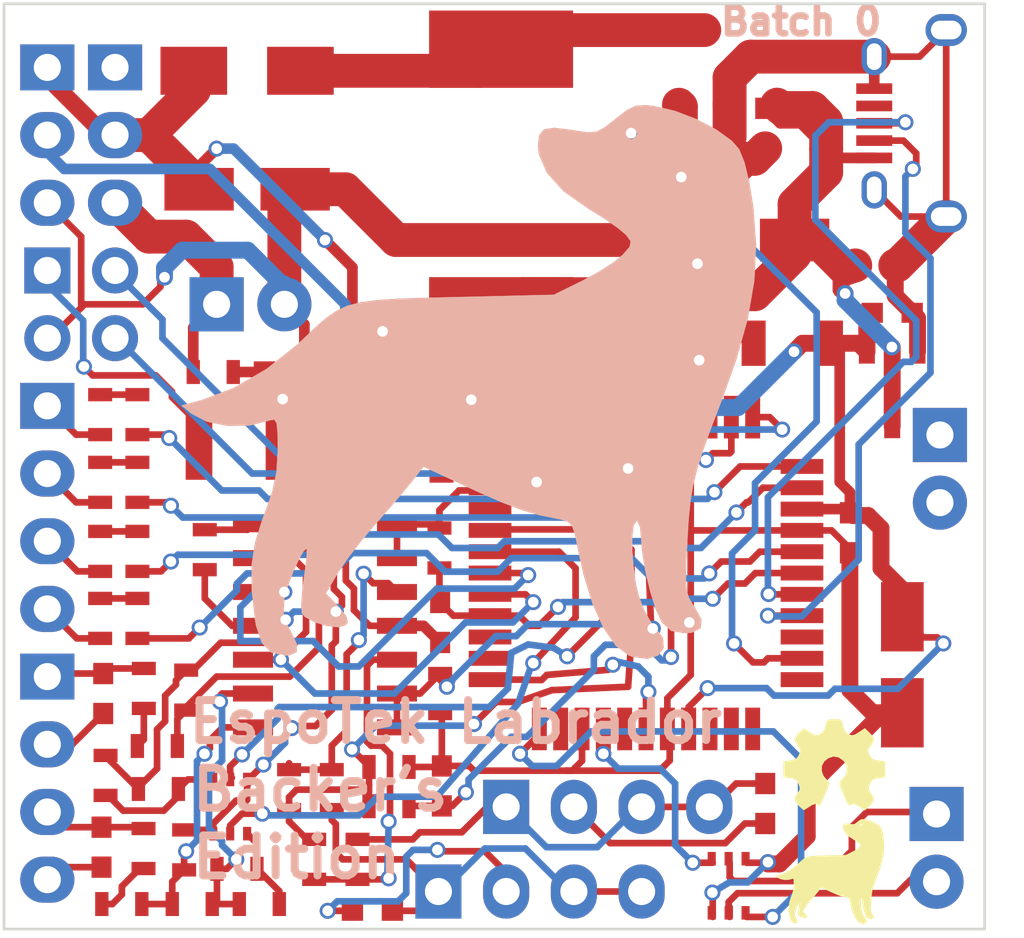
<source format=kicad_pcb>
(kicad_pcb (version 4) (host pcbnew 4.0.4-stable)
  (layers (0 F.Cu signal) (31 B.Cu signal) (34 B.Paste user) (35 F.Paste user) (36 B.SilkS user hide) (37 F.SilkS user hide) (38 B.Mask user) (39 F.Mask user) (44 Edge.Cuts user))
  (net 0 "")
  (net 1 /Scope_CH1_DC)
  (net 2 /Scoe_CH1_AC)
  (net 3 /Scope_CH2_DC)
  (net 4 /Scope_CH2_AC)
  (net 5 +5V)
  (net 6 /VGND)
  (net 7 /VCC_3V3)
  (net 8 /AVCC)
  (net 9 /PSU_Unfiltered_Raw)
  (net 10 /S-Gen_CH1_AC)
  (net 11 /S-Gen_CH1_DC)
  (net 12 /S-Gen_CH2_AC)
  (net 13 /S-Gen_CH2_DC)
  (net 14 /OPAMP_VCC)
  (net 15 /QTop)
  (net 16 "Net-(D2-Pad2)")
  (net 17 /3V3_OUT)
  (net 18 /PSU_FDBK)
  (net 19 /CH2)
  (net 20 "Net-(IC1-Pad3)")
  (net 21 /TO_B0)
  (net 22 /TO_B1)
  (net 23 /DAC_OUT)
  (net 24 /DAC_OUT2)
  (net 25 "Net-(IC1-Pad9)")
  (net 26 "Net-(IC1-Pad10)")
  (net 27 /XCK)
  (net 28 /DIG_CH2)
  (net 29 "Net-(IC1-Pad13)")
  (net 30 /DIG_CH1)
  (net 31 "Net-(IC1-Pad16)")
  (net 32 "Net-(IC1-Pad20)")
  (net 33 "Net-(IC1-Pad21)")
  (net 34 "Net-(IC1-Pad22)")
  (net 35 "Net-(IC1-Pad23)")
  (net 36 /PSU_PWM)
  (net 37 "Net-(IC1-Pad25)")
  (net 38 /D-)
  (net 39 /D+)
  (net 40 /D0-prefuse)
  (net 41 /D1-prefuse)
  (net 42 /D2-prefuse)
  (net 43 /D3-prefuse)
  (net 44 /PDI_CLK)
  (net 45 /PDI_DATA)
  (net 46 "Net-(IC1-Pad36)")
  (net 47 "Net-(IC1-Pad37)")
  (net 48 "Net-(IC1-Pad41)")
  (net 49 /CH1)
  (net 50 "Net-(IC1-Pad43)")
  (net 51 /AVCC_ON_2)
  (net 52 "Net-(L3-Pad1)")
  (net 53 /Disconnected_USB)
  (net 54 /D3-OUT)
  (net 55 /D2-OUT)
  (net 56 /D1_OUT)
  (net 57 /D0_OUT)
  (net 58 /PSU_OUT)
  (net 59 /L-Ana_IN_CH1)
  (net 60 /L-Ana_IN_CH2)
  (net 61 /Switch_OC)
  (net 62 /Scope_Buffer_Input_CH1)
  (net 63 /Scope_Buffer_Input_CH2)
  (net 64 /D0_MID)
  (net 65 /D1_MID)
  (net 66 /D2_MID)
  (net 67 /D3_MID)
  (net 68 /V_minus_dac_out2)
  (net 69 /S-Gen_Drain_Top_CH2)
  (net 70 /V_minus_dac_out)
  (net 71 /S-Gen_Drain_Top_CH1)
  (net 72 /Buffered_DAC_CH1)
  (net 73 /Buffered_DAC_CH2)
  (net 74 /R22-R24)
  (net 75 /R23-R25)
  (module Capacitors_SMD:c_elec_4x5.3 (layer F.Cu) (at 103.1875 124.0155 90)
    (fp_text reference C6)
    (fp_text value CP1)
    (pad 1 smd rect (at 1.80086 0 90) (size 2.60096 1.6002) (layers F.Cu F.Paste F.Mask) (net 7 /VCC_3V3))
    (pad 2 smd rect (at -1.80086 0 90) (size 2.60096 1.6002) (layers F.Cu F.Paste F.Mask) (net 6 /VGND))
  )
  (module Housings_QFP:LQFP-44_10x10mm_Pitch0.8mm (layer F.Cu) (at 93.5736 120.5738)
    (fp_text reference IC1)
    (fp_text value ATXMEGA16A4U-A)
    (pad 1 smd rect (at -5.85 -4) (size 1.6 0.56) (layers F.Cu F.Paste F.Mask) (net 18 /PSU_FDBK))
    (pad 2 smd rect (at -5.85 -3.2) (size 1.6 0.56) (layers F.Cu F.Paste F.Mask) (net 19 /CH2))
    (pad 3 smd rect (at -5.85 -2.4) (size 1.6 0.56) (layers F.Cu F.Paste F.Mask) (net 20 "Net-(IC1-Pad3)"))
    (pad 4 smd rect (at -5.85 -1.6) (size 1.6 0.56) (layers F.Cu F.Paste F.Mask) (net 21 /TO_B0))
    (pad 5 smd rect (at -5.85 -0.8) (size 1.6 0.56) (layers F.Cu F.Paste F.Mask) (net 22 /TO_B1))
    (pad 6 smd rect (at -5.85 0) (size 1.6 0.56) (layers F.Cu F.Paste F.Mask) (net 23 /DAC_OUT))
    (pad 7 smd rect (at -5.85 0.8) (size 1.6 0.56) (layers F.Cu F.Paste F.Mask) (net 24 /DAC_OUT2))
    (pad 8 smd rect (at -5.85 1.6) (size 1.6 0.56) (layers F.Cu F.Paste F.Mask) (net 6 /VGND))
    (pad 9 smd rect (at -5.85 2.4) (size 1.6 0.56) (layers F.Cu F.Paste F.Mask) (net 25 "Net-(IC1-Pad9)"))
    (pad 10 smd rect (at -5.85 3.2) (size 1.6 0.56) (layers F.Cu F.Paste F.Mask) (net 26 "Net-(IC1-Pad10)"))
    (pad 11 smd rect (at -5.85 4) (size 1.6 0.56) (layers F.Cu F.Paste F.Mask) (net 27 /XCK))
    (pad 12 smd rect (at -4 5.85 90) (size 1.6 0.56) (layers F.Cu F.Paste F.Mask) (net 28 /DIG_CH2))
    (pad 13 smd rect (at -3.2 5.85 90) (size 1.6 0.56) (layers F.Cu F.Paste F.Mask) (net 29 "Net-(IC1-Pad13)"))
    (pad 14 smd rect (at -2.4 5.85 90) (size 1.6 0.56) (layers F.Cu F.Paste F.Mask) (net 6 /VGND))
    (pad 15 smd rect (at -1.6 5.85 90) (size 1.6 0.56) (layers F.Cu F.Paste F.Mask) (net 30 /DIG_CH1))
    (pad 16 smd rect (at -0.8 5.85 90) (size 1.6 0.56) (layers F.Cu F.Paste F.Mask) (net 31 "Net-(IC1-Pad16)"))
    (pad 17 smd rect (at 0 5.85 90) (size 1.6 0.56) (layers F.Cu F.Paste F.Mask) (net 27 /XCK))
    (pad 18 smd rect (at 0.8 5.85 90) (size 1.6 0.56) (layers F.Cu F.Paste F.Mask) (net 6 /VGND))
    (pad 19 smd rect (at 1.6 5.85 90) (size 1.6 0.56) (layers F.Cu F.Paste F.Mask) (net 7 /VCC_3V3))
    (pad 20 smd rect (at 2.4 5.85 90) (size 1.6 0.56) (layers F.Cu F.Paste F.Mask) (net 32 "Net-(IC1-Pad20)"))
    (pad 21 smd rect (at 3.2 5.85 90) (size 1.6 0.56) (layers F.Cu F.Paste F.Mask) (net 33 "Net-(IC1-Pad21)"))
    (pad 22 smd rect (at 4 5.85 90) (size 1.6 0.56) (layers F.Cu F.Paste F.Mask) (net 34 "Net-(IC1-Pad22)"))
    (pad 23 smd rect (at 5.85 4) (size 1.6 0.56) (layers F.Cu F.Paste F.Mask) (net 35 "Net-(IC1-Pad23)"))
    (pad 24 smd rect (at 5.85 3.2) (size 1.6 0.56) (layers F.Cu F.Paste F.Mask) (net 36 /PSU_PWM))
    (pad 25 smd rect (at 5.85 2.4) (size 1.6 0.56) (layers F.Cu F.Paste F.Mask) (net 37 "Net-(IC1-Pad25)"))
    (pad 26 smd rect (at 5.85 1.6) (size 1.6 0.56) (layers F.Cu F.Paste F.Mask) (net 38 /D-))
    (pad 27 smd rect (at 5.85 0.8) (size 1.6 0.56) (layers F.Cu F.Paste F.Mask) (net 39 /D+))
    (pad 28 smd rect (at 5.85 0) (size 1.6 0.56) (layers F.Cu F.Paste F.Mask) (net 40 /D0-prefuse))
    (pad 29 smd rect (at 5.85 -0.8) (size 1.6 0.56) (layers F.Cu F.Paste F.Mask) (net 41 /D1-prefuse))
    (pad 30 smd rect (at 5.85 -1.6) (size 1.6 0.56) (layers F.Cu F.Paste F.Mask) (net 6 /VGND))
    (pad 31 smd rect (at 5.85 -2.4) (size 1.6 0.56) (layers F.Cu F.Paste F.Mask) (net 7 /VCC_3V3))
    (pad 32 smd rect (at 5.85 -3.2) (size 1.6 0.56) (layers F.Cu F.Paste F.Mask) (net 42 /D2-prefuse))
    (pad 33 smd rect (at 5.85 -4) (size 1.6 0.56) (layers F.Cu F.Paste F.Mask) (net 43 /D3-prefuse))
    (pad 34 smd rect (at 4 -5.85 90) (size 1.6 0.56) (layers F.Cu F.Paste F.Mask) (net 44 /PDI_CLK))
    (pad 35 smd rect (at 3.2 -5.85 90) (size 1.6 0.56) (layers F.Cu F.Paste F.Mask) (net 45 /PDI_DATA))
    (pad 36 smd rect (at 2.4 -5.85 90) (size 1.6 0.56) (layers F.Cu F.Paste F.Mask) (net 46 "Net-(IC1-Pad36)"))
    (pad 37 smd rect (at 1.6 -5.85 90) (size 1.6 0.56) (layers F.Cu F.Paste F.Mask) (net 47 "Net-(IC1-Pad37)"))
    (pad 38 smd rect (at 0.8 -5.85 90) (size 1.6 0.56) (layers F.Cu F.Paste F.Mask) (net 6 /VGND))
    (pad 39 smd rect (at 0 -5.85 90) (size 1.6 0.56) (layers F.Cu F.Paste F.Mask) (net 8 /AVCC))
    (pad 40 smd rect (at -0.8 -5.85 90) (size 1.6 0.56) (layers F.Cu F.Paste F.Mask) (net 19 /CH2))
    (pad 41 smd rect (at -1.6 -5.85 90) (size 1.6 0.56) (layers F.Cu F.Paste F.Mask) (net 48 "Net-(IC1-Pad41)"))
    (pad 42 smd rect (at -2.4 -5.85 90) (size 1.6 0.56) (layers F.Cu F.Paste F.Mask) (net 49 /CH1))
    (pad 43 smd rect (at -3.2 -5.85 90) (size 1.6 0.56) (layers F.Cu F.Paste F.Mask) (net 50 "Net-(IC1-Pad43)"))
    (pad 44 smd rect (at -4 -5.85 90) (size 1.6 0.56) (layers F.Cu F.Paste F.Mask) (net 51 /AVCC_ON_2))
  )
  (module Connect:USB_Micro-B_WIDE (layer F.Cu) (at 103.6955 103.6955 90)
    (fp_text reference P2)
    (fp_text value USB_OTG)
    (pad 1 smd rect (at -1.3009 -1.56254 180) (size 1.35 0.4) (layers F.Cu F.Paste F.Mask) (net 5 +5V))
    (pad 2 smd rect (at -0.6509 -1.56254 180) (size 1.35 0.4) (layers F.Cu F.Paste F.Mask) (net 38 /D-))
    (pad 3 smd rect (at -0.0009 -1.56254 180) (size 1.35 0.4) (layers F.Cu F.Paste F.Mask) (net 39 /D+))
    (pad 4 smd rect (at 0.6491 -1.56254 180) (size 1.35 0.4) (layers F.Cu F.Paste F.Mask) (net 53 /Disconnected_USB))
    (pad 5 smd rect (at 1.2991 -1.56254 180) (size 1.35 0.4) (layers F.Cu F.Paste F.Mask) (net 6 /VGND))
    (pad 6 thru_hole oval (at -2.5009 -1.56254 180) (size 0.95 1.4) (drill oval 0.55 1) (layers *.Cu *.Mask Dwgs.User) (net 6 /VGND))
    (pad 6 thru_hole oval (at 2.4991 -1.56254 180) (size 0.95 1.4) (drill oval 0.55 1) (layers *.Cu *.Mask Dwgs.User) (net 6 /VGND))
    (pad 6 thru_hole oval (at -3.5009 1.13746 180) (size 1.55 1.2) (drill oval 1.15 0.7) (layers *.Cu *.Mask Dwgs.User) (net 6 /VGND))
    (pad 6 thru_hole oval (at 3.4991 1.13746 180) (size 1.55 1.2) (drill oval 1.15 0.7) (layers *.Cu *.Mask Dwgs.User) (net 6 /VGND))
  )
  (module Pin_Headers:Pin_Header_Straight_1x04 (layer F.Cu) (at 88.3285 129.3495 90)
    (fp_text reference P1)
    (fp_text value SCOPE_OUT)
    (pad 1 thru_hole rect (at 0 0 90) (size 2.032 1.7272) (drill 1.016) (layers *.Cu *.Mask Dwgs.User) (net 1 /Scope_CH1_DC))
    (pad 2 thru_hole oval (at 0 2.54 90) (size 2.032 1.7272) (drill 1.016) (layers *.Cu *.Mask Dwgs.User) (net 2 /Scoe_CH1_AC))
    (pad 3 thru_hole oval (at 0 5.08 90) (size 2.032 1.7272) (drill 1.016) (layers *.Cu *.Mask Dwgs.User) (net 1 /Scope_CH1_DC))
    (pad 4 thru_hole oval (at 0 7.62 90) (size 2.032 1.7272) (drill 1.016) (layers *.Cu *.Mask Dwgs.User) (net 1 /Scope_CH1_DC))
  )
  (module Capacitors_SMD:C_0603 (layer F.Cu) (at 98.044 129.2225 270)
    (fp_text reference C1)
    (fp_text value C)
    (pad 1 smd rect (at -0.75 0 270) (size 0.8 0.75) (layers F.Cu F.Paste F.Mask) (net 1 /Scope_CH1_DC))
    (pad 2 smd rect (at 0.75 0 270) (size 0.8 0.75) (layers F.Cu F.Paste F.Mask) (net 2 /Scoe_CH1_AC))
  )
  (module Capacitors_SMD:C_0603 (layer F.Cu) (at 83.312 133.2484 180)
    (fp_text reference C2)
    (fp_text value C)
    (pad 1 smd rect (at -0.75 0 180) (size 0.8 0.75) (layers F.Cu F.Paste F.Mask) (net 3 /Scope_CH2_DC))
    (pad 2 smd rect (at 0.75 0 180) (size 0.8 0.75) (layers F.Cu F.Paste F.Mask) (net 4 /Scope_CH2_AC))
  )
  (module Capacitors_SMD:C_0603 (layer F.Cu) (at 102.1715 109.0295)
    (fp_text reference C3)
    (fp_text value C_Small)
    (pad 1 smd rect (at -0.75 0) (size 0.8 0.75) (layers F.Cu F.Paste F.Mask) (net 5 +5V))
    (pad 2 smd rect (at 0.75 0) (size 0.8 0.75) (layers F.Cu F.Paste F.Mask) (net 6 /VGND))
  )
  (module Capacitors_SMD:C_0603 (layer F.Cu) (at 101.219 119.0625 270)
    (fp_text reference C4)
    (fp_text value C_Small)
    (pad 1 smd rect (at -0.75 0 270) (size 0.8 0.75) (layers F.Cu F.Paste F.Mask) (net 7 /VCC_3V3))
    (pad 2 smd rect (at 0.75 0 270) (size 0.8 0.75) (layers F.Cu F.Paste F.Mask) (net 6 /VGND))
  )
  (module Capacitors_SMD:C_0603 (layer F.Cu) (at 85.9155 128.5621 90)
    (fp_text reference C5)
    (fp_text value C_Small)
    (pad 1 smd rect (at -0.75 0 90) (size 0.8 0.75) (layers F.Cu F.Paste F.Mask) (net 8 /AVCC))
    (pad 2 smd rect (at 0.75 0 90) (size 0.8 0.75) (layers F.Cu F.Paste F.Mask) (net 6 /VGND))
  )
  (module Capacitors_SMD:C_0603 (layer F.Cu) (at 81.5975 116.205 270)
    (fp_text reference C7)
    (fp_text value C)
    (pad 1 smd rect (at -0.75 0 270) (size 0.8 0.75) (layers F.Cu F.Paste F.Mask) (net 9 /PSU_Unfiltered_Raw))
    (pad 2 smd rect (at 0.75 0 270) (size 0.8 0.75) (layers F.Cu F.Paste F.Mask) (net 6 /VGND))
  )
  (module Capacitors_SMD:C_0603 (layer F.Cu) (at 96.2025 112.2045 270)
    (fp_text reference C8)
    (fp_text value C)
    (pad 1 smd rect (at -0.75 0 270) (size 0.8 0.75) (layers F.Cu F.Paste F.Mask) (net 8 /AVCC))
    (pad 2 smd rect (at 0.75 0 270) (size 0.8 0.75) (layers F.Cu F.Paste F.Mask) (net 6 /VGND))
  )
  (module Capacitors_SMD:c_elec_4x5.3 (layer F.Cu) (at 97.3455 108.077)
    (fp_text reference C9)
    (fp_text value CP1)
    (pad 1 smd rect (at 1.80086 0) (size 2.60096 1.6002) (layers F.Cu F.Paste F.Mask) (net 5 +5V))
    (pad 2 smd rect (at -1.80086 0) (size 2.60096 1.6002) (layers F.Cu F.Paste F.Mask) (net 6 /VGND))
  )
  (module Capacitors_SMD:C_0603 (layer F.Cu) (at 98.044 103.886 270)
    (fp_text reference C10)
    (fp_text value C)
    (pad 1 smd rect (at -0.75 0 270) (size 0.8 0.75) (layers F.Cu F.Paste F.Mask) (net 5 +5V))
    (pad 2 smd rect (at 0.75 0 270) (size 0.8 0.75) (layers F.Cu F.Paste F.Mask) (net 6 /VGND))
  )
  (module Capacitors_SMD:C_0603 (layer F.Cu) (at 102.8065 110.8075)
    (fp_text reference C11)
    (fp_text value C)
    (pad 1 smd rect (at -0.75 0) (size 0.8 0.75) (layers F.Cu F.Paste F.Mask) (net 7 /VCC_3V3))
    (pad 2 smd rect (at 0.75 0) (size 0.8 0.75) (layers F.Cu F.Paste F.Mask) (net 6 /VGND))
  )
  (module Capacitors_SMD:C_0603 (layer F.Cu) (at 73.2155 125.095 90)
    (fp_text reference C13)
    (fp_text value C)
    (pad 1 smd rect (at -0.75 0 90) (size 0.8 0.75) (layers F.Cu F.Paste F.Mask) (net 10 /S-Gen_CH1_AC))
    (pad 2 smd rect (at 0.75 0 90) (size 0.8 0.75) (layers F.Cu F.Paste F.Mask) (net 11 /S-Gen_CH1_DC))
  )
  (module Capacitors_SMD:C_0603 (layer F.Cu) (at 73.152 130.8608 90)
    (fp_text reference C14)
    (fp_text value C)
    (pad 1 smd rect (at -0.75 0 90) (size 0.8 0.75) (layers F.Cu F.Paste F.Mask) (net 12 /S-Gen_CH2_AC))
    (pad 2 smd rect (at 0.75 0 90) (size 0.8 0.75) (layers F.Cu F.Paste F.Mask) (net 13 /S-Gen_CH2_DC))
  )
  (module Capacitors_SMD:c_elec_4x5.3 (layer F.Cu) (at 78.613 106.172 180)
    (fp_text reference C15)
    (fp_text value CP1)
    (pad 1 smd rect (at 1.80086 0 180) (size 2.60096 1.6002) (layers F.Cu F.Paste F.Mask) (net 9 /PSU_Unfiltered_Raw))
    (pad 2 smd rect (at -1.80086 0 180) (size 2.60096 1.6002) (layers F.Cu F.Paste F.Mask) (net 6 /VGND))
  )
  (module Capacitors_SMD:C_0603 (layer F.Cu) (at 85.852 122.428 90)
    (fp_text reference C16)
    (fp_text value C)
    (pad 1 smd rect (at -0.75 0 90) (size 0.8 0.75) (layers F.Cu F.Paste F.Mask) (net 14 /OPAMP_VCC))
    (pad 2 smd rect (at 0.75 0 90) (size 0.8 0.75) (layers F.Cu F.Paste F.Mask) (net 6 /VGND))
  )
  (module Capacitors_SMD:C_0603 (layer F.Cu) (at 94.8055 112.2045 270)
    (fp_text reference C17)
    (fp_text value C)
    (pad 1 smd rect (at -0.75 0 270) (size 0.8 0.75) (layers F.Cu F.Paste F.Mask) (net 8 /AVCC))
    (pad 2 smd rect (at 0.75 0 270) (size 0.8 0.75) (layers F.Cu F.Paste F.Mask) (net 6 /VGND))
  )
  (module Capacitors_SMD:C_0603 (layer F.Cu) (at 92.837 112.7125)
    (fp_text reference C18)
    (fp_text value C)
    (pad 1 smd rect (at -0.75 0) (size 0.8 0.75) (layers F.Cu F.Paste F.Mask) (net 8 /AVCC))
    (pad 2 smd rect (at 0.75 0) (size 0.8 0.75) (layers F.Cu F.Paste F.Mask) (net 6 /VGND))
  )
  (module Diodes_SMD:SMA_Standard (layer F.Cu) (at 78.613 101.727)
    (fp_text reference D1)
    (fp_text value D_Schottky)
    (pad 1 smd rect (at -1.99898 0) (size 2.49936 1.80086) (layers F.Cu F.Paste F.Mask) (net 9 /PSU_Unfiltered_Raw))
    (pad 2 smd rect (at 1.99898 0) (size 2.49936 1.80086) (layers F.Cu F.Paste F.Mask) (net 15 /QTop))
  )
  (module LEDs:LED_0603 (layer F.Cu) (at 80.01 113.03 180)
    (fp_text reference D2)
    (fp_text value LED)
    (pad 2 smd rect (at 0.7493 0) (size 0.79756 0.79756) (layers F.Cu F.Paste F.Mask) (net 16 "Net-(D2-Pad2)"))
    (pad 1 smd rect (at -0.7493 0) (size 0.79756 0.79756) (layers F.Cu F.Paste F.Mask) (net 6 /VGND))
  )
  (module Capacitors_SMD:C_1210 (layer F.Cu) (at 78.3082 115.824)
    (fp_text reference F1)
    (fp_text value F_Small)
    (pad 1 smd rect (at -1.5 0) (size 1 2.5) (layers F.Cu F.Paste F.Mask) (net 17 /3V3_OUT))
    (pad 2 smd rect (at 1.5 0) (size 1 2.5) (layers F.Cu F.Paste F.Mask) (net 7 /VCC_3V3))
  )
  (module Inductors:SELF-WE-PD-XXL (layer F.Cu) (at 88.138 105.918 270)
    (fp_text reference L1)
    (fp_text value INDUCTOR)
    (pad 1 smd rect (at -5.00126 0 270) (size 2.90068 5.40004) (layers F.Cu F.Paste F.Mask) (net 15 /QTop))
    (pad 2 smd rect (at 5.00126 0 270) (size 2.90068 5.40004) (layers F.Cu F.Paste F.Mask) (net 5 +5V))
  )
  (module Resistors_SMD:R_1206 (layer F.Cu) (at 99.06 111.9505 180)
    (fp_text reference L2)
    (fp_text value INDUCTOR)
    (pad 1 smd rect (at -1.45 0 180) (size 0.9 1.7) (layers F.Cu F.Paste F.Mask) (net 7 /VCC_3V3))
    (pad 2 smd rect (at 1.45 0 180) (size 0.9 1.7) (layers F.Cu F.Paste F.Mask) (net 8 /AVCC))
  )
  (module Resistors_SMD:R_1206 (layer F.Cu) (at 86.868 113.919 180)
    (fp_text reference L3)
    (fp_text value INDUCTOR)
    (pad 1 smd rect (at -1.45 0 180) (size 0.9 1.7) (layers F.Cu F.Paste F.Mask) (net 52 "Net-(L3-Pad1)"))
    (pad 2 smd rect (at 1.45 0 180) (size 0.9 1.7) (layers F.Cu F.Paste F.Mask) (net 9 /PSU_Unfiltered_Raw))
  )
  (module Resistors_SMD:R_1206 (layer F.Cu) (at 84.455 116.332)
    (fp_text reference L4)
    (fp_text value INDUCTOR)
    (pad 1 smd rect (at -1.45 0) (size 0.9 1.7) (layers F.Cu F.Paste F.Mask) (net 14 /OPAMP_VCC))
    (pad 2 smd rect (at 1.45 0) (size 0.9 1.7) (layers F.Cu F.Paste F.Mask) (net 52 "Net-(L3-Pad1)"))
  )
  (module Pin_Headers:Pin_Header_Straight_1x04 (layer F.Cu) (at 71.12 114.3)
    (fp_text reference P3)
    (fp_text value DIG_OUT)
    (pad 1 thru_hole rect (at 0 0) (size 2.032 1.7272) (drill 1.016) (layers *.Cu *.Mask Dwgs.User) (net 54 /D3-OUT))
    (pad 2 thru_hole oval (at 0 2.54) (size 2.032 1.7272) (drill 1.016) (layers *.Cu *.Mask Dwgs.User) (net 55 /D2-OUT))
    (pad 3 thru_hole oval (at 0 5.08) (size 2.032 1.7272) (drill 1.016) (layers *.Cu *.Mask Dwgs.User) (net 56 /D1_OUT))
    (pad 4 thru_hole oval (at 0 7.62) (size 2.032 1.7272) (drill 1.016) (layers *.Cu *.Mask Dwgs.User) (net 57 /D0_OUT))
  )
  (module Pin_Headers:Pin_Header_Straight_2x02 (layer F.Cu) (at 71.12 109.22)
    (fp_text reference P4)
    (fp_text value PDI/3V3)
    (pad 1 thru_hole rect (at 0 0) (size 1.7272 1.7272) (drill 1.016) (layers *.Cu *.Mask Dwgs.User) (net 17 /3V3_OUT))
    (pad 2 thru_hole oval (at 2.54 0) (size 1.7272 1.7272) (drill 1.016) (layers *.Cu *.Mask Dwgs.User) (net 44 /PDI_CLK))
    (pad 3 thru_hole oval (at 0 2.54) (size 1.7272 1.7272) (drill 1.016) (layers *.Cu *.Mask Dwgs.User) (net 6 /VGND))
    (pad 4 thru_hole oval (at 2.54 2.54) (size 1.7272 1.7272) (drill 1.016) (layers *.Cu *.Mask Dwgs.User) (net 45 /PDI_DATA))
  )
  (module Pin_Headers:Pin_Header_Straight_1x04 (layer F.Cu) (at 85.7885 132.5245 90)
    (fp_text reference P5)
    (fp_text value SCOPE_OUT)
    (pad 1 thru_hole rect (at 0 0 90) (size 2.032 1.7272) (drill 1.016) (layers *.Cu *.Mask Dwgs.User) (net 3 /Scope_CH2_DC))
    (pad 2 thru_hole oval (at 0 2.54 90) (size 2.032 1.7272) (drill 1.016) (layers *.Cu *.Mask Dwgs.User) (net 4 /Scope_CH2_AC))
    (pad 3 thru_hole oval (at 0 5.08 90) (size 2.032 1.7272) (drill 1.016) (layers *.Cu *.Mask Dwgs.User) (net 3 /Scope_CH2_DC))
    (pad 4 thru_hole oval (at 0 7.62 90) (size 2.032 1.7272) (drill 1.016) (layers *.Cu *.Mask Dwgs.User) (net 3 /Scope_CH2_DC))
  )
  (module Pin_Headers:Pin_Header_Straight_1x04 (layer F.Cu) (at 71.12 124.46)
    (fp_text reference P6)
    (fp_text value DAC_OUT)
    (pad 1 thru_hole rect (at 0 0) (size 2.032 1.7272) (drill 1.016) (layers *.Cu *.Mask Dwgs.User) (net 11 /S-Gen_CH1_DC))
    (pad 2 thru_hole oval (at 0 2.54) (size 2.032 1.7272) (drill 1.016) (layers *.Cu *.Mask Dwgs.User) (net 10 /S-Gen_CH1_AC))
    (pad 3 thru_hole oval (at 0 5.08) (size 2.032 1.7272) (drill 1.016) (layers *.Cu *.Mask Dwgs.User) (net 13 /S-Gen_CH2_DC))
    (pad 4 thru_hole oval (at 0 7.62) (size 2.032 1.7272) (drill 1.016) (layers *.Cu *.Mask Dwgs.User) (net 12 /S-Gen_CH2_AC))
  )
  (module Pin_Headers:Pin_Header_Straight_1x02 (layer F.Cu) (at 77.47 110.49 90)
    (fp_text reference P7)
    (fp_text value PSU)
    (pad 1 thru_hole rect (at 0 0 90) (size 2.032 2.032) (drill 1.016) (layers *.Cu *.Mask Dwgs.User) (net 58 /PSU_OUT))
    (pad 2 thru_hole oval (at 0 2.54 90) (size 2.032 2.032) (drill 1.016) (layers *.Cu *.Mask Dwgs.User) (net 6 /VGND))
  )
  (module Pin_Headers:Pin_Header_Straight_1x02 (layer F.Cu) (at 104.4702 129.6162)
    (fp_text reference P8)
    (fp_text value DIG_IN)
    (pad 1 thru_hole rect (at 0 0) (size 2.032 2.032) (drill 1.016) (layers *.Cu *.Mask Dwgs.User) (net 59 /L-Ana_IN_CH1))
    (pad 2 thru_hole oval (at 0 2.54) (size 2.032 2.032) (drill 1.016) (layers *.Cu *.Mask Dwgs.User) (net 60 /L-Ana_IN_CH2))
  )
  (module Pin_Headers:Pin_Header_Straight_1x03 (layer F.Cu) (at 71.12 101.6)
    (fp_text reference P10)
    (fp_text value EXPANSION)
    (pad 1 thru_hole rect (at 0 0) (size 2.032 1.7272) (drill 1.016) (layers *.Cu *.Mask Dwgs.User) (net 9 /PSU_Unfiltered_Raw))
    (pad 2 thru_hole oval (at 0 2.54) (size 2.032 1.7272) (drill 1.016) (layers *.Cu *.Mask Dwgs.User) (net 18 /PSU_FDBK))
    (pad 3 thru_hole oval (at 0 5.08) (size 2.032 1.7272) (drill 1.016) (layers *.Cu *.Mask Dwgs.User) (net 6 /VGND))
  )
  (module Pin_Headers:Pin_Header_Straight_1x03 (layer F.Cu) (at 73.66 101.6)
    (fp_text reference P11)
    (fp_text value SWITCH)
    (pad 1 thru_hole rect (at 0 0) (size 2.032 1.7272) (drill 1.016) (layers *.Cu *.Mask Dwgs.User) (net 61 /Switch_OC))
    (pad 2 thru_hole oval (at 0 2.54) (size 2.032 1.7272) (drill 1.016) (layers *.Cu *.Mask Dwgs.User) (net 9 /PSU_Unfiltered_Raw))
    (pad 3 thru_hole oval (at 0 5.08) (size 2.032 1.7272) (drill 1.016) (layers *.Cu *.Mask Dwgs.User) (net 58 /PSU_OUT))
  )
  (module SMD:SOT-23-3 (layer F.Cu) (at 95.758 101.6 180)
    (fp_text reference Q1)
    (fp_text value Q_NMOS_GSD hide)
    (pad 3 smd rect (at 0 1.4 180) (size 0.6 0.9) (layers F.Cu F.Paste F.Mask) (net 15 /QTop))
    (pad 2 smd rect (at -0.95 -1.4 180) (size 0.6 0.9) (layers F.Cu F.Paste F.Mask) (net 6 /VGND))
    (pad 1 smd rect (at 0.95 -1.4 180) (size 0.6 0.9) (layers F.Cu F.Paste F.Mask) (net 36 /PSU_PWM))
  )
  (module Resistors_SMD:R_0603 (layer F.Cu) (at 82.7532 131.318 90)
    (fp_text reference R1)
    (fp_text value 1M)
    (pad 1 smd rect (at -0.75 0 90) (size 0.5 0.9) (layers F.Cu F.Paste F.Mask) (net 62 /Scope_Buffer_Input_CH1))
    (pad 2 smd rect (at 0.75 0 90) (size 0.5 0.9) (layers F.Cu F.Paste F.Mask) (net 1 /Scope_CH1_DC))
  )
  (module Resistors_SMD:R_0603 (layer F.Cu) (at 81.788 128.7018 270)
    (fp_text reference R2)
    (fp_text value 1M)
    (pad 1 smd rect (at -0.75 0 270) (size 0.5 0.9) (layers F.Cu F.Paste F.Mask) (net 63 /Scope_Buffer_Input_CH2))
    (pad 2 smd rect (at 0.75 0 270) (size 0.5 0.9) (layers F.Cu F.Paste F.Mask) (net 3 /Scope_CH2_DC))
  )
  (module Resistors_SMD:R_0603 (layer F.Cu) (at 81.1276 131.318 90)
    (fp_text reference R3)
    (fp_text value 75K)
    (pad 1 smd rect (at -0.75 0 90) (size 0.5 0.9) (layers F.Cu F.Paste F.Mask) (net 62 /Scope_Buffer_Input_CH1))
    (pad 2 smd rect (at 0.75 0 90) (size 0.5 0.9) (layers F.Cu F.Paste F.Mask) (net 51 /AVCC_ON_2))
  )
  (module Resistors_SMD:R_0603 (layer F.Cu) (at 80.1878 128.7018 90)
    (fp_text reference R4)
    (fp_text value 75K)
    (pad 1 smd rect (at -0.75 0 90) (size 0.5 0.9) (layers F.Cu F.Paste F.Mask) (net 51 /AVCC_ON_2))
    (pad 2 smd rect (at 0.75 0 90) (size 0.5 0.9) (layers F.Cu F.Paste F.Mask) (net 63 /Scope_Buffer_Input_CH2))
  )
  (module Resistors_SMD:R_0603 (layer F.Cu) (at 83.9343 129.3241 180)
    (fp_text reference R5)
    (fp_text value 1K)
    (pad 1 smd rect (at -0.75 0 180) (size 0.5 0.9) (layers F.Cu F.Paste F.Mask) (net 8 /AVCC))
    (pad 2 smd rect (at 0.75 0 180) (size 0.5 0.9) (layers F.Cu F.Paste F.Mask) (net 51 /AVCC_ON_2))
  )
  (module Resistors_SMD:R_0603 (layer F.Cu) (at 83.9343 127.8509 180)
    (fp_text reference R6)
    (fp_text value 1K)
    (pad 1 smd rect (at -0.75 0 180) (size 0.5 0.9) (layers F.Cu F.Paste F.Mask) (net 6 /VGND))
    (pad 2 smd rect (at 0.75 0 180) (size 0.5 0.9) (layers F.Cu F.Paste F.Mask) (net 51 /AVCC_ON_2))
  )
  (module Resistors_SMD:R_0603 (layer F.Cu) (at 73.1012 122.2756 270)
    (fp_text reference R7)
    (fp_text value 28R)
    (pad 1 smd rect (at -0.75 0 270) (size 0.5 0.9) (layers F.Cu F.Paste F.Mask) (net 64 /D0_MID))
    (pad 2 smd rect (at 0.75 0 270) (size 0.5 0.9) (layers F.Cu F.Paste F.Mask) (net 57 /D0_OUT))
  )
  (module Resistors_SMD:R_0603 (layer F.Cu) (at 73.1012 119.761 270)
    (fp_text reference R8)
    (fp_text value 28R)
    (pad 1 smd rect (at -0.75 0 270) (size 0.5 0.9) (layers F.Cu F.Paste F.Mask) (net 65 /D1_MID))
    (pad 2 smd rect (at 0.75 0 270) (size 0.5 0.9) (layers F.Cu F.Paste F.Mask) (net 56 /D1_OUT))
  )
  (module Resistors_SMD:R_0603 (layer F.Cu) (at 73.1012 117.1702 270)
    (fp_text reference R9)
    (fp_text value 28R)
    (pad 1 smd rect (at -0.75 0 270) (size 0.5 0.9) (layers F.Cu F.Paste F.Mask) (net 66 /D2_MID))
    (pad 2 smd rect (at 0.75 0 270) (size 0.5 0.9) (layers F.Cu F.Paste F.Mask) (net 55 /D2-OUT))
  )
  (module Resistors_SMD:R_0603 (layer F.Cu) (at 73.1012 114.6302 270)
    (fp_text reference R10)
    (fp_text value 28R)
    (pad 1 smd rect (at -0.75 0 270) (size 0.5 0.9) (layers F.Cu F.Paste F.Mask) (net 67 /D3_MID))
    (pad 2 smd rect (at 0.75 0 270) (size 0.5 0.9) (layers F.Cu F.Paste F.Mask) (net 54 /D3-OUT))
  )
  (module Resistors_SMD:R_0603 (layer F.Cu) (at 74.4982 122.2756 90)
    (fp_text reference R11)
    (fp_text value 28R)
    (pad 1 smd rect (at -0.75 0 90) (size 0.5 0.9) (layers F.Cu F.Paste F.Mask) (net 40 /D0-prefuse))
    (pad 2 smd rect (at 0.75 0 90) (size 0.5 0.9) (layers F.Cu F.Paste F.Mask) (net 64 /D0_MID))
  )
  (module Resistors_SMD:R_0603 (layer F.Cu) (at 74.4982 119.761 90)
    (fp_text reference R12)
    (fp_text value 28R)
    (pad 1 smd rect (at -0.75 0 90) (size 0.5 0.9) (layers F.Cu F.Paste F.Mask) (net 41 /D1-prefuse))
    (pad 2 smd rect (at 0.75 0 90) (size 0.5 0.9) (layers F.Cu F.Paste F.Mask) (net 65 /D1_MID))
  )
  (module Resistors_SMD:R_0603 (layer F.Cu) (at 74.4982 117.1702 90)
    (fp_text reference R13)
    (fp_text value 28R)
    (pad 1 smd rect (at -0.75 0 90) (size 0.5 0.9) (layers F.Cu F.Paste F.Mask) (net 42 /D2-prefuse))
    (pad 2 smd rect (at 0.75 0 90) (size 0.5 0.9) (layers F.Cu F.Paste F.Mask) (net 66 /D2_MID))
  )
  (module Resistors_SMD:R_0603 (layer F.Cu) (at 74.4982 114.6302 90)
    (fp_text reference R14)
    (fp_text value 28R)
    (pad 1 smd rect (at -0.75 0 90) (size 0.5 0.9) (layers F.Cu F.Paste F.Mask) (net 43 /D3-prefuse))
    (pad 2 smd rect (at 0.75 0 90) (size 0.5 0.9) (layers F.Cu F.Paste F.Mask) (net 67 /D3_MID))
  )
  (module Resistors_SMD:R_0603 (layer F.Cu) (at 79.0702 132.9944)
    (fp_text reference R15)
    (fp_text value 1K)
    (pad 1 smd rect (at -0.75 0) (size 0.5 0.9) (layers F.Cu F.Paste F.Mask) (net 68 /V_minus_dac_out2))
    (pad 2 smd rect (at 0.75 0) (size 0.5 0.9) (layers F.Cu F.Paste F.Mask) (net 69 /S-Gen_Drain_Top_CH2))
  )
  (module Resistors_SMD:R_0603 (layer F.Cu) (at 78.232 131.6736)
    (fp_text reference R16)
    (fp_text value 1K)
    (pad 1 smd rect (at -0.75 0) (size 0.5 0.9) (layers F.Cu F.Paste F.Mask) (net 68 /V_minus_dac_out2))
    (pad 2 smd rect (at 0.75 0) (size 0.5 0.9) (layers F.Cu F.Paste F.Mask) (net 69 /S-Gen_Drain_Top_CH2))
  )
  (module Resistors_SMD:R_0603 (layer F.Cu) (at 75.2856 128.6764)
    (fp_text reference R17)
    (fp_text value 1K)
    (pad 1 smd rect (at -0.75 0) (size 0.5 0.9) (layers F.Cu F.Paste F.Mask) (net 70 /V_minus_dac_out))
    (pad 2 smd rect (at 0.75 0) (size 0.5 0.9) (layers F.Cu F.Paste F.Mask) (net 71 /S-Gen_Drain_Top_CH1))
  )
  (module Resistors_SMD:R_0603 (layer F.Cu) (at 73.3044 128.1684 270)
    (fp_text reference R18)
    (fp_text value 1K)
    (pad 1 smd rect (at -0.75 0 270) (size 0.5 0.9) (layers F.Cu F.Paste F.Mask) (net 70 /V_minus_dac_out))
    (pad 2 smd rect (at 0.75 0 270) (size 0.5 0.9) (layers F.Cu F.Paste F.Mask) (net 71 /S-Gen_Drain_Top_CH1))
  )
  (module Resistors_SMD:R_0603 (layer F.Cu) (at 76.327 124.968 90)
    (fp_text reference R19)
    (fp_text value 1K)
    (pad 1 smd rect (at -0.75 0 90) (size 0.5 0.9) (layers F.Cu F.Paste F.Mask) (net 72 /Buffered_DAC_CH1))
    (pad 2 smd rect (at 0.75 0 90) (size 0.5 0.9) (layers F.Cu F.Paste F.Mask) (net 70 /V_minus_dac_out))
  )
  (module Resistors_SMD:R_0603 (layer F.Cu) (at 76.5556 132.9944)
    (fp_text reference R20)
    (fp_text value 1K)
    (pad 1 smd rect (at -0.75 0) (size 0.5 0.9) (layers F.Cu F.Paste F.Mask) (net 73 /Buffered_DAC_CH2))
    (pad 2 smd rect (at 0.75 0) (size 0.5 0.9) (layers F.Cu F.Paste F.Mask) (net 68 /V_minus_dac_out2))
  )
  (module Resistors_SMD:R_0603 (layer F.Cu) (at 85.852 125.095 270)
    (fp_text reference R21)
    (fp_text value 1K)
    (pad 1 smd rect (at -0.75 0 270) (size 0.5 0.9) (layers F.Cu F.Paste F.Mask) (net 49 /CH1))
    (pad 2 smd rect (at 0.75 0 270) (size 0.5 0.9) (layers F.Cu F.Paste F.Mask) (net 6 /VGND))
  )
  (module Resistors_SMD:R_0603 (layer F.Cu) (at 75.2475 127.0635)
    (fp_text reference R22)
    (fp_text value 28R)
    (pad 1 smd rect (at -0.75 0) (size 0.5 0.9) (layers F.Cu F.Paste F.Mask) (net 74 /R22-R24))
    (pad 2 smd rect (at 0.75 0) (size 0.5 0.9) (layers F.Cu F.Paste F.Mask) (net 72 /Buffered_DAC_CH1))
  )
  (module Resistors_SMD:R_0603 (layer F.Cu) (at 73.914 132.9944)
    (fp_text reference R23)
    (fp_text value 28R)
    (pad 1 smd rect (at -0.75 0) (size 0.5 0.9) (layers F.Cu F.Paste F.Mask) (net 75 /R23-R25))
    (pad 2 smd rect (at 0.75 0) (size 0.5 0.9) (layers F.Cu F.Paste F.Mask) (net 73 /Buffered_DAC_CH2))
  )
  (module Resistors_SMD:R_0603 (layer F.Cu) (at 74.7395 124.9045 270)
    (fp_text reference R24)
    (fp_text value 28R)
    (pad 1 smd rect (at -0.75 0 270) (size 0.5 0.9) (layers F.Cu F.Paste F.Mask) (net 11 /S-Gen_CH1_DC))
    (pad 2 smd rect (at 0.75 0 270) (size 0.5 0.9) (layers F.Cu F.Paste F.Mask) (net 74 /R22-R24))
  )
  (module Resistors_SMD:R_0603 (layer F.Cu) (at 74.7268 130.9116 270)
    (fp_text reference R25)
    (fp_text value 28R)
    (pad 1 smd rect (at -0.75 0 270) (size 0.5 0.9) (layers F.Cu F.Paste F.Mask) (net 13 /S-Gen_CH2_DC))
    (pad 2 smd rect (at 0.75 0 270) (size 0.5 0.9) (layers F.Cu F.Paste F.Mask) (net 75 /R23-R25))
  )
  (module Resistors_SMD:R_0603 (layer F.Cu) (at 83.312 112.776)
    (fp_text reference R26)
    (fp_text value 1K)
    (pad 1 smd rect (at -0.75 0) (size 0.5 0.9) (layers F.Cu F.Paste F.Mask) (net 9 /PSU_Unfiltered_Raw))
    (pad 2 smd rect (at 0.75 0) (size 0.5 0.9) (layers F.Cu F.Paste F.Mask) (net 18 /PSU_FDBK))
  )
  (module Resistors_SMD:R_0603 (layer F.Cu) (at 83.312 114.3 180)
    (fp_text reference R27)
    (fp_text value 100R)
    (pad 1 smd rect (at -0.75 0 180) (size 0.5 0.9) (layers F.Cu F.Paste F.Mask) (net 18 /PSU_FDBK))
    (pad 2 smd rect (at 0.75 0 180) (size 0.5 0.9) (layers F.Cu F.Paste F.Mask) (net 6 /VGND))
  )
  (module Resistors_SMD:R_0603 (layer F.Cu) (at 85.8266 119.634 90)
    (fp_text reference R28)
    (fp_text value 1K)
    (pad 1 smd rect (at -0.75 0 90) (size 0.5 0.9) (layers F.Cu F.Paste F.Mask) (net 6 /VGND))
    (pad 2 smd rect (at 0.75 0 90) (size 0.5 0.9) (layers F.Cu F.Paste F.Mask) (net 19 /CH2))
  )
  (module Resistors_SMD:R_0603 (layer F.Cu) (at 77.0255 119.6975 270)
    (fp_text reference R29)
    (fp_text value 1K)
    (pad 1 smd rect (at -0.75 0 270) (size 0.5 0.9) (layers F.Cu F.Paste F.Mask) (net 72 /Buffered_DAC_CH1))
    (pad 2 smd rect (at 0.75 0 270) (size 0.5 0.9) (layers F.Cu F.Paste F.Mask) (net 6 /VGND))
  )
  (module Resistors_SMD:R_0603 (layer F.Cu) (at 76.2508 130.9624 270)
    (fp_text reference R30)
    (fp_text value 1K)
    (pad 1 smd rect (at -0.75 0 270) (size 0.5 0.9) (layers F.Cu F.Paste F.Mask) (net 6 /VGND))
    (pad 2 smd rect (at 0.75 0 270) (size 0.5 0.9) (layers F.Cu F.Paste F.Mask) (net 73 /Buffered_DAC_CH2))
  )
  (module Resistors_SMD:R_0603 (layer F.Cu) (at 95.631 104.521)
    (fp_text reference R31)
    (fp_text value 1K)
    (pad 1 smd rect (at -0.75 0) (size 0.5 0.9) (layers F.Cu F.Paste F.Mask) (net 36 /PSU_PWM))
    (pad 2 smd rect (at 0.75 0) (size 0.5 0.9) (layers F.Cu F.Paste F.Mask) (net 6 /VGND))
  )
  (module Resistors_SMD:R_0603 (layer F.Cu) (at 77.343 113.03)
    (fp_text reference R32)
    (fp_text value 1K)
    (pad 1 smd rect (at -0.75 0) (size 0.5 0.9) (layers F.Cu F.Paste F.Mask) (net 58 /PSU_OUT))
    (pad 2 smd rect (at 0.75 0) (size 0.5 0.9) (layers F.Cu F.Paste F.Mask) (net 16 "Net-(D2-Pad2)"))
  )
  (module SMD:SOT-23-3 (layer F.Cu) (at 102.8065 113.665)
    (fp_text reference U1)
    (fp_text value 78L05 hide)
    (pad 3 smd rect (at 0 1.4) (size 0.6 0.9) (layers F.Cu F.Paste F.Mask) (net 5 +5V))
    (pad 2 smd rect (at -0.95 -1.4) (size 0.6 0.9) (layers F.Cu F.Paste F.Mask) (net 7 /VCC_3V3))
    (pad 1 smd rect (at 0.95 -1.4) (size 0.6 0.9) (layers F.Cu F.Paste F.Mask) (net 6 /VGND))
  )
  (module Housings_SOIC:SOIC-14_3.9x8.7mm_Pitch1.27mm (layer F.Cu) (at 81.534 122.555 180)
    (fp_text reference U2)
    (fp_text value LM324)
    (pad 1 smd rect (at -2.7 -3.81 180) (size 1.5 0.6) (layers F.Cu F.Paste F.Mask) (net 49 /CH1))
    (pad 2 smd rect (at -2.7 -2.54 180) (size 1.5 0.6) (layers F.Cu F.Paste F.Mask) (net 49 /CH1))
    (pad 3 smd rect (at -2.7 -1.27 180) (size 1.5 0.6) (layers F.Cu F.Paste F.Mask) (net 62 /Scope_Buffer_Input_CH1))
    (pad 4 smd rect (at -2.7 0 180) (size 1.5 0.6) (layers F.Cu F.Paste F.Mask) (net 14 /OPAMP_VCC))
    (pad 5 smd rect (at -2.7 1.27 180) (size 1.5 0.6) (layers F.Cu F.Paste F.Mask) (net 63 /Scope_Buffer_Input_CH2))
    (pad 6 smd rect (at -2.7 2.54 180) (size 1.5 0.6) (layers F.Cu F.Paste F.Mask) (net 19 /CH2))
    (pad 7 smd rect (at -2.7 3.81 180) (size 1.5 0.6) (layers F.Cu F.Paste F.Mask) (net 19 /CH2))
    (pad 8 smd rect (at 2.7 3.81 180) (size 1.5 0.6) (layers F.Cu F.Paste F.Mask) (net 72 /Buffered_DAC_CH1))
    (pad 9 smd rect (at 2.7 2.54 180) (size 1.5 0.6) (layers F.Cu F.Paste F.Mask) (net 70 /V_minus_dac_out))
    (pad 10 smd rect (at 2.7 1.27 180) (size 1.5 0.6) (layers F.Cu F.Paste F.Mask) (net 23 /DAC_OUT))
    (pad 11 smd rect (at 2.7 0 180) (size 1.5 0.6) (layers F.Cu F.Paste F.Mask) (net 6 /VGND))
    (pad 12 smd rect (at 2.7 -1.27 180) (size 1.5 0.6) (layers F.Cu F.Paste F.Mask) (net 24 /DAC_OUT2))
    (pad 13 smd rect (at 2.7 -2.54 180) (size 1.5 0.6) (layers F.Cu F.Paste F.Mask) (net 68 /V_minus_dac_out2))
    (pad 14 smd rect (at 2.7 -3.81 180) (size 1.5 0.6) (layers F.Cu F.Paste F.Mask) (net 73 /Buffered_DAC_CH2))
  )
  (module TO_SOT_Packages_SMD:SOT-363 (layer F.Cu) (at 77.978 129.3368 270)
    (fp_text reference U3)
    (fp_text value DMN63D8LDW)
    (pad 1 smd rect (at -1.016 -0.635 270) (size 0.508 0.3048) (layers F.Cu F.Paste F.Mask) (net 6 /VGND))
    (pad 3 smd rect (at -1.016 0.635 270) (size 0.508 0.3048) (layers F.Cu F.Paste F.Mask) (net 71 /S-Gen_Drain_Top_CH1))
    (pad 6 smd rect (at 1.016 -0.635 270) (size 0.508 0.3048) (layers F.Cu F.Paste F.Mask) (net 69 /S-Gen_Drain_Top_CH2))
    (pad 2 smd rect (at -1.016 0 270) (size 0.508 0.3048) (layers F.Cu F.Paste F.Mask) (net 21 /TO_B0))
    (pad 4 smd rect (at 1.016 0.635 270) (size 0.508 0.3048) (layers F.Cu F.Paste F.Mask) (net 6 /VGND))
    (pad 5 smd rect (at 1.016 0 270) (size 0.508 0.3048) (layers F.Cu F.Paste F.Mask) (net 22 /TO_B1))
  )
  (module TO_SOT_Packages_SMD:SOT-363 (layer F.Cu) (at 96.6724 132.3086 90)
    (fp_text reference U4)
    (fp_text value DMN63D8LDW)
    (pad 1 smd rect (at -1.016 -0.635 90) (size 0.508 0.3048) (layers F.Cu F.Paste F.Mask) (net 6 /VGND))
    (pad 3 smd rect (at -1.016 0.635 90) (size 0.508 0.3048) (layers F.Cu F.Paste F.Mask) (net 28 /DIG_CH2))
    (pad 6 smd rect (at 1.016 -0.635 90) (size 0.508 0.3048) (layers F.Cu F.Paste F.Mask) (net 30 /DIG_CH1))
    (pad 2 smd rect (at -1.016 0 90) (size 0.508 0.3048) (layers F.Cu F.Paste F.Mask) (net 60 /L-Ana_IN_CH2))
    (pad 4 smd rect (at 1.016 0.635 90) (size 0.508 0.3048) (layers F.Cu F.Paste F.Mask) (net 6 /VGND))
    (pad 5 smd rect (at 1.016 0 90) (size 0.508 0.3048) (layers F.Cu F.Paste F.Mask) (net 59 /L-Ana_IN_CH1))
  )
  (module Pin_Headers:Pin_Header_Straight_1x02 (layer F.Cu) (at 104.5972 115.3922)
    (fp_text reference REF**)
    (fp_text value Pin_Header_Straight_1x02)
    (pad 1 thru_hole rect (at 0 0) (size 2.032 2.032) (drill 1.016) (layers *.Cu *.Mask Dwgs.User))
    (pad 2 thru_hole oval (at 0 2.54) (size 2.032 2.032) (drill 1.016) (layers *.Cu *.Mask Dwgs.User))
  )
  (module labralogo:logo800dpi (layer F.Cu) (at 100.4824 131.7752)
    (fp_text reference G*** hide)
    (fp_text value LOGO hide)
  )
  (module labralogo:logo100dpi (layer F.Cu) (at 86.995 113.411)
    (fp_text reference G*** hide)
    (fp_text value LOGO hide)
  )
  (module labralogo:oshwnotext500dpi (layer F.Cu) (at 100.6094 127.8382)
    (fp_text reference G*** hide)
    (fp_text value LOGO hide)
  )
  (gr_text "Batch 0" (at 99.3902 99.8728) (layer B.SilkS) (effects (font (size 1 1) (thickness 0.25))))
  (gr_text Edition (at 80.4672 131.2418) (layer B.SilkS) (effects (font (size 1.5 1.5) (thickness 0.3))))
  (gr_text "Backer's\n" (at 81.3562 128.7018) (layer B.SilkS) (effects (font (size 1.5 1.5) (thickness 0.3))))
  (gr_text "EspoTek Labrador" (at 86.4362 126.1618) (layer B.SilkS) (effects (font (size 1.5 1.5) (thickness 0.3))))
  (gr_line (start 69.4944 99.2124) (end 106.299 99.2124) (angle 90) (layer Edge.Cuts) (width 0.1))
  (gr_line (start 69.4944 133.9342) (end 69.4944 99.2124) (angle 90) (layer Edge.Cuts) (width 0.1))
  (gr_line (start 106.2736 133.9342) (end 69.5452 133.9342) (angle 90) (layer Edge.Cuts) (width 0.1))
  (gr_line (start 106.2736 99.2886) (end 106.2736 133.9342) (angle 90) (layer Edge.Cuts) (width 0.1))
  (via (at 93.0148 104.0638) (size 0.6) (drill 0.4) (layers F.Cu B.Cu) (net 0))
  (segment (start 95.9485 129.3495) (end 96.0755 129.3495) (width 0.25) (layer F.Cu) (net 1))
  (segment (start 96.0755 129.3495) (end 96.9525 128.4725) (width 0.25) (layer F.Cu) (net 1))
  (segment (start 96.9525 128.4725) (end 98.044 128.4725) (width 0.25) (layer F.Cu) (net 1))
  (segment (start 93.4085 129.3495) (end 93.2561 129.3495) (width 0.25) (layer B.Cu) (net 1))
  (segment (start 93.2561 129.3495) (end 91.7448 130.8608) (width 0.25) (layer B.Cu) (net 1))
  (segment (start 89.8398 130.8608) (end 88.3285 129.3495) (width 0.25) (layer B.Cu) (net 1))
  (segment (start 91.7448 130.8608) (end 89.8398 130.8608) (width 0.25) (layer B.Cu) (net 1))
  (segment (start 95.9485 129.3495) (end 93.4085 129.3495) (width 0.25) (layer F.Cu) (net 1))
  (segment (start 82.7532 130.568) (end 84.824 130.568) (width 0.25) (layer F.Cu) (net 1))
  (segment (start 86.6648 130.302) (end 87.6173 129.3495) (width 0.25) (layer F.Cu) (net 1))
  (segment (start 85.09 130.302) (end 86.6648 130.302) (width 0.25) (layer F.Cu) (net 1))
  (segment (start 84.824 130.568) (end 85.09 130.302) (width 0.25) (layer F.Cu) (net 1))
  (segment (start 87.6173 129.3495) (end 88.3285 129.3495) (width 0.25) (layer F.Cu) (net 1))
  (segment (start 98.044 129.9725) (end 97.2813 129.9725) (width 0.25) (layer F.Cu) (net 2))
  (segment (start 92.2274 130.7084) (end 90.8685 129.3495) (width 0.25) (layer F.Cu) (net 2))
  (segment (start 96.5454 130.7084) (end 92.2274 130.7084) (width 0.25) (layer F.Cu) (net 2))
  (segment (start 97.2813 129.9725) (end 96.5454 130.7084) (width 0.25) (layer F.Cu) (net 2))
  (segment (start 90.8685 129.3495) (end 90.932 129.3495) (width 0.25) (layer F.Cu) (net 2))
  (segment (start 85.7885 132.5245) (end 85.9155 132.5245) (width 0.25) (layer B.Cu) (net 3))
  (segment (start 85.9155 132.5245) (end 87.5284 130.9116) (width 0.25) (layer B.Cu) (net 3))
  (segment (start 89.0524 130.9116) (end 90.6653 132.5245) (width 0.25) (layer B.Cu) (net 3))
  (segment (start 87.5284 130.9116) (end 89.0524 130.9116) (width 0.25) (layer B.Cu) (net 3))
  (segment (start 90.6653 132.5245) (end 90.8685 132.5245) (width 0.25) (layer B.Cu) (net 3))
  (segment (start 84.062 133.2484) (end 85.0646 133.2484) (width 0.25) (layer F.Cu) (net 3))
  (segment (start 85.0646 133.2484) (end 85.7885 132.5245) (width 0.25) (layer F.Cu) (net 3))
  (segment (start 90.8685 132.5245) (end 93.4085 132.5245) (width 0.25) (layer F.Cu) (net 3))
  (segment (start 85.7885 132.5245) (end 85.7885 132.6261) (width 0.25) (layer F.Cu) (net 3))
  (segment (start 84.582 131.318) (end 85.7885 132.5245) (width 0.25) (layer F.Cu) (net 3))
  (segment (start 82.1944 131.318) (end 84.582 131.318) (width 0.25) (layer F.Cu) (net 3))
  (segment (start 81.9404 131.064) (end 82.1944 131.318) (width 0.25) (layer F.Cu) (net 3))
  (segment (start 81.9404 129.9972) (end 81.9404 131.064) (width 0.25) (layer F.Cu) (net 3))
  (segment (start 81.788 129.8448) (end 81.9404 129.9972) (width 0.25) (layer F.Cu) (net 3))
  (segment (start 81.788 129.4518) (end 81.788 129.8448) (width 0.25) (layer F.Cu) (net 3))
  (segment (start 81.788 129.4518) (end 81.788 129.667) (width 0.25) (layer F.Cu) (net 3))
  (segment (start 82.562 133.2484) (end 81.6356 133.2484) (width 0.25) (layer F.Cu) (net 4))
  (segment (start 87.5284 131.0132) (end 88.3285 131.8133) (width 0.25) (layer F.Cu) (net 4))
  (segment (start 85.8012 131.0132) (end 87.5284 131.0132) (width 0.25) (layer F.Cu) (net 4))
  (segment (start 85.7504 130.9624) (end 85.8012 131.0132) (width 0.25) (layer F.Cu) (net 4))
  (via (at 85.7504 130.9624) (size 0.6) (drill 0.4) (layers F.Cu B.Cu) (net 4))
  (segment (start 84.836 130.9624) (end 85.7504 130.9624) (width 0.25) (layer B.Cu) (net 4))
  (segment (start 84.582 131.2164) (end 84.836 130.9624) (width 0.25) (layer B.Cu) (net 4))
  (segment (start 84.582 132.588) (end 84.582 131.2164) (width 0.25) (layer B.Cu) (net 4))
  (segment (start 84.2772 132.8928) (end 84.582 132.588) (width 0.25) (layer B.Cu) (net 4))
  (segment (start 81.9912 132.8928) (end 84.2772 132.8928) (width 0.25) (layer B.Cu) (net 4))
  (segment (start 81.6356 133.2484) (end 81.9912 132.8928) (width 0.25) (layer B.Cu) (net 4))
  (via (at 81.6356 133.2484) (size 0.6) (drill 0.4) (layers F.Cu B.Cu) (net 4))
  (segment (start 88.3285 131.8133) (end 88.3285 132.5245) (width 0.25) (layer F.Cu) (net 4))
  (segment (start 88.3285 132.5245) (end 88.3285 132.6769) (width 0.25) (layer B.Cu) (net 4))
  (segment (start 102.8065 115.065) (end 102.8065 112.1029) (width 0.635) (layer F.Cu) (net 5))
  (segment (start 100.8888 109.9312) (end 100.8888 109.0168) (width 0.635) (layer F.Cu) (net 5))
  (segment (start 101.0412 110.0836) (end 100.8888 109.9312) (width 0.635) (layer F.Cu) (net 5))
  (via (at 101.0412 110.0836) (size 0.6) (drill 0.4) (layers F.Cu B.Cu) (net 5))
  (segment (start 101.0412 110.3376) (end 101.0412 110.0836) (width 0.635) (layer B.Cu) (net 5))
  (segment (start 102.7938 112.0902) (end 101.0412 110.3376) (width 0.635) (layer B.Cu) (net 5))
  (via (at 102.7938 112.0902) (size 0.6) (drill 0.4) (layers F.Cu B.Cu) (net 5))
  (segment (start 102.8065 112.1029) (end 102.7938 112.0902) (width 0.635) (layer F.Cu) (net 5))
  (segment (start 98.552 109.3216) (end 98.5012 109.2708) (width 0.635) (layer F.Cu) (net 5))
  (segment (start 98.5012 109.2708) (end 98.552 109.3216) (width 0.635) (layer F.Cu) (net 5))
  (segment (start 98.552 109.3216) (end 98.552 109.22) (width 0.635) (layer F.Cu) (net 5))
  (segment (start 99.14636 108.077) (end 99.949 108.077) (width 1.27) (layer F.Cu) (net 5))
  (segment (start 99.949 108.077) (end 100.8888 109.0168) (width 1.27) (layer F.Cu) (net 5))
  (segment (start 100.8888 109.0168) (end 101.0285 109.1565) (width 1.27) (layer F.Cu) (net 5))
  (segment (start 101.0285 109.1565) (end 101.4215 109.0295) (width 1.27) (layer F.Cu) (net 5))
  (segment (start 100.33 104.648) (end 100.33 103.632) (width 1.27) (layer F.Cu) (net 5))
  (segment (start 98.6155 103.124) (end 98.4885 102.997) (width 1.27) (layer F.Cu) (net 5))
  (segment (start 99.822 103.124) (end 98.6155 103.124) (width 1.27) (layer F.Cu) (net 5))
  (segment (start 100.33 103.632) (end 99.822 103.124) (width 1.27) (layer F.Cu) (net 5))
  (segment (start 99.14636 108.077) (end 99.14636 106.72064) (width 1.27) (layer F.Cu) (net 5))
  (segment (start 100.33 105.537) (end 100.33 104.648) (width 1.27) (layer F.Cu) (net 5))
  (segment (start 99.14636 106.72064) (end 100.33 105.537) (width 1.27) (layer F.Cu) (net 5))
  (segment (start 102.13296 104.9964) (end 100.6784 104.9964) (width 0.4) (layer F.Cu) (net 5))
  (segment (start 100.6784 104.9964) (end 100.33 104.648) (width 0.4) (layer F.Cu) (net 5))
  (segment (start 98.6035 103.6955) (end 98.044 103.136) (width 0.4) (layer F.Cu) (net 5))
  (segment (start 100.33 104.648) (end 99.3775 103.6955) (width 0.4) (layer F.Cu) (net 5))
  (segment (start 99.3775 103.6955) (end 98.6035 103.6955) (width 0.4) (layer F.Cu) (net 5))
  (segment (start 99.14636 108.077) (end 99.14636 108.62564) (width 1.27) (layer F.Cu) (net 5))
  (segment (start 99.14636 108.62564) (end 98.552 109.22) (width 1.27) (layer F.Cu) (net 5))
  (segment (start 98.552 109.22) (end 97.663 110.109) (width 1.27) (layer F.Cu) (net 5))
  (segment (start 97.663 110.109) (end 88.94826 110.109) (width 1.27) (layer F.Cu) (net 5))
  (segment (start 88.94826 110.109) (end 88.138 110.91926) (width 1.27) (layer F.Cu) (net 5))
  (segment (start 87.7236 122.1738) (end 88.8236 122.1738) (width 0.25) (layer F.Cu) (net 6))
  (segment (start 95.1992 122.428) (end 95.25 122.428) (width 0.25) (layer F.Cu) (net 6))
  (via (at 95.1992 122.428) (size 0.6) (drill 0.4) (layers F.Cu B.Cu) (net 6))
  (segment (start 94.6404 122.428) (end 95.1992 122.428) (width 0.25) (layer B.Cu) (net 6))
  (segment (start 93.8784 121.666) (end 94.6404 122.428) (width 0.25) (layer B.Cu) (net 6))
  (segment (start 90.4494 121.666) (end 93.8784 121.666) (width 0.25) (layer B.Cu) (net 6))
  (segment (start 90.2716 121.8438) (end 90.4494 121.666) (width 0.25) (layer B.Cu) (net 6))
  (via (at 90.2716 121.8438) (size 0.6) (drill 0.4) (layers F.Cu B.Cu) (net 6))
  (segment (start 89.5604 122.555) (end 90.2716 121.8438) (width 0.25) (layer F.Cu) (net 6))
  (segment (start 89.2048 122.555) (end 89.5604 122.555) (width 0.25) (layer F.Cu) (net 6))
  (segment (start 88.8236 122.1738) (end 89.2048 122.555) (width 0.25) (layer F.Cu) (net 6))
  (segment (start 95.25 122.428) (end 95.2246 122.428) (width 0.25) (layer F.Cu) (net 6))
  (segment (start 95.2246 122.428) (end 95.25 122.428) (width 0.25) (layer F.Cu) (net 6))
  (segment (start 101.219 119.8125) (end 101.219 119.6594) (width 0.25) (layer F.Cu) (net 6))
  (segment (start 101.219 119.6594) (end 100.5334 118.9738) (width 0.25) (layer F.Cu) (net 6))
  (segment (start 100.5334 118.9738) (end 99.4236 118.9738) (width 0.25) (layer F.Cu) (net 6))
  (segment (start 95.54464 108.077) (end 95.54464 106.76636) (width 1.27) (layer F.Cu) (net 6))
  (segment (start 95.54464 106.76636) (end 97.282 105.029) (width 1.27) (layer F.Cu) (net 6))
  (segment (start 102.9215 109.0295) (end 102.9215 110.1725) (width 0.635) (layer F.Cu) (net 6))
  (segment (start 102.9215 110.1725) (end 103.5565 110.8075) (width 0.635) (layer F.Cu) (net 6))
  (segment (start 103.7565 112.265) (end 103.7565 111.0075) (width 0.635) (layer F.Cu) (net 6))
  (segment (start 103.7565 111.0075) (end 103.5565 110.8075) (width 0.635) (layer F.Cu) (net 6))
  (segment (start 103.1875 125.81636) (end 102.06736 125.81636) (width 0.635) (layer F.Cu) (net 6))
  (segment (start 101.219 124.968) (end 101.219 119.8125) (width 0.635) (layer F.Cu) (net 6))
  (segment (start 102.06736 125.81636) (end 101.219 124.968) (width 0.635) (layer F.Cu) (net 6))
  (segment (start 103.1875 125.81636) (end 102.45344 125.81636) (width 0.635) (layer F.Cu) (net 6))
  (segment (start 102.45344 125.81636) (end 99.6188 128.651) (width 0.635) (layer F.Cu) (net 6))
  (segment (start 99.6188 128.651) (end 99.6188 130.4544) (width 0.635) (layer F.Cu) (net 6))
  (segment (start 99.6188 130.4544) (end 98.584902 131.488298) (width 0.635) (layer F.Cu) (net 6))
  (segment (start 98.584902 131.488298) (end 98.1456 131.488298) (width 0.635) (layer F.Cu) (net 6))
  (segment (start 98.1456 131.488298) (end 98.1456 131.445) (width 0.635) (layer F.Cu) (net 6))
  (segment (start 96.0755 133.477) (end 96.0755 132.5753) (width 0.25) (layer F.Cu) (net 6))
  (segment (start 98.1202 131.445) (end 98.1456 131.445) (width 0.25) (layer F.Cu) (net 6))
  (segment (start 98.1456 131.445) (end 97.3455 131.445) (width 0.25) (layer F.Cu) (net 6))
  (segment (start 98.1456 131.4196) (end 98.1202 131.445) (width 0.25) (layer F.Cu) (net 6))
  (via (at 98.1456 131.4196) (size 0.6) (drill 0.4) (layers F.Cu B.Cu) (net 6))
  (segment (start 97.3836 132.1816) (end 98.1456 131.4196) (width 0.25) (layer B.Cu) (net 6))
  (segment (start 96.6978 132.1816) (end 97.3836 132.1816) (width 0.25) (layer B.Cu) (net 6))
  (segment (start 96.0628 132.5626) (end 96.6978 132.1816) (width 0.25) (layer B.Cu) (net 6))
  (via (at 96.0628 132.5626) (size 0.6) (drill 0.4) (layers F.Cu B.Cu) (net 6))
  (segment (start 96.0755 132.5753) (end 96.0628 132.5626) (width 0.25) (layer F.Cu) (net 6))
  (segment (start 90.5764 127.9906) (end 94.0816 127.9906) (width 0.25) (layer F.Cu) (net 6))
  (segment (start 94.4626 127.6096) (end 94.4626 126.5128) (width 0.25) (layer F.Cu) (net 6))
  (segment (start 94.0816 127.9906) (end 94.4626 127.6096) (width 0.25) (layer F.Cu) (net 6))
  (segment (start 94.4626 126.5128) (end 94.3736 126.4238) (width 0.25) (layer F.Cu) (net 6))
  (segment (start 85.9155 127.8121) (end 86.9435 127.8121) (width 0.25) (layer F.Cu) (net 6))
  (segment (start 91.1736 127.622) (end 91.1736 126.4238) (width 0.25) (layer F.Cu) (net 6))
  (segment (start 90.805 127.9906) (end 91.1736 127.622) (width 0.25) (layer F.Cu) (net 6))
  (segment (start 87.122 127.9906) (end 90.5764 127.9906) (width 0.25) (layer F.Cu) (net 6))
  (segment (start 90.5764 127.9906) (end 90.805 127.9906) (width 0.25) (layer F.Cu) (net 6))
  (segment (start 86.9435 127.8121) (end 87.122 127.9906) (width 0.25) (layer F.Cu) (net 6))
  (segment (start 102.9215 109.0295) (end 102.99986 109.0295) (width 1.27) (layer F.Cu) (net 6))
  (segment (start 102.99986 109.0295) (end 104.83296 107.1964) (width 1.27) (layer F.Cu) (net 6))
  (segment (start 104.83296 107.1964) (end 103.13296 107.1964) (width 0.25) (layer F.Cu) (net 6))
  (segment (start 103.13296 107.1964) (end 102.13296 106.1964) (width 0.25) (layer F.Cu) (net 6))
  (segment (start 104.83296 100.1964) (end 104.83296 107.1964) (width 0.25) (layer F.Cu) (net 6))
  (segment (start 102.13296 101.1964) (end 103.83296 101.1964) (width 0.25) (layer F.Cu) (net 6))
  (segment (start 103.83296 101.1964) (end 104.83296 100.1964) (width 0.25) (layer F.Cu) (net 6))
  (segment (start 96.708 103) (end 96.708 101.9835) (width 1.27) (layer F.Cu) (net 6))
  (segment (start 97.4951 101.1964) (end 102.13296 101.1964) (width 1.27) (layer F.Cu) (net 6))
  (segment (start 96.708 101.9835) (end 97.4951 101.1964) (width 1.27) (layer F.Cu) (net 6))
  (segment (start 102.13296 102.3964) (end 102.13296 101.1964) (width 0.4) (layer F.Cu) (net 6))
  (segment (start 95.5675 112.5855) (end 95.5675 109.0295) (width 1.27) (layer B.Cu) (net 6))
  (segment (start 95.5675 109.0295) (end 95.504 108.966) (width 1.27) (layer B.Cu) (net 6))
  (segment (start 95.377 112.9545) (end 95.377 112.776) (width 0.25) (layer F.Cu) (net 6))
  (segment (start 95.54464 108.92536) (end 95.54464 108.077) (width 0.25) (layer F.Cu) (net 6))
  (via (at 95.504 108.966) (size 0.6) (drill 0.4) (layers F.Cu B.Cu) (net 6))
  (segment (start 95.504 108.966) (end 95.54464 108.92536) (width 0.25) (layer F.Cu) (net 6))
  (via (at 95.5675 112.5855) (size 0.6) (drill 0.4) (layers F.Cu B.Cu) (net 6))
  (segment (start 95.377 112.776) (end 95.5675 112.5855) (width 0.25) (layer F.Cu) (net 6))
  (segment (start 94.3736 114.7238) (end 94.3736 113.3864) (width 0.25) (layer F.Cu) (net 6))
  (segment (start 94.3736 113.3864) (end 94.8055 112.9545) (width 0.25) (layer F.Cu) (net 6))
  (segment (start 96.2025 112.9545) (end 95.377 112.9545) (width 0.635) (layer F.Cu) (net 6))
  (segment (start 95.377 112.9545) (end 94.8055 112.9545) (width 0.635) (layer F.Cu) (net 6))
  (segment (start 93.587 112.7125) (end 94.5635 112.7125) (width 0.635) (layer F.Cu) (net 6))
  (segment (start 94.5635 112.7125) (end 94.8055 112.9545) (width 0.635) (layer F.Cu) (net 6))
  (segment (start 95.54464 108.077) (end 84.201 108.077) (width 1.27) (layer F.Cu) (net 6))
  (segment (start 84.201 108.077) (end 82.296 106.172) (width 1.27) (layer F.Cu) (net 6))
  (segment (start 82.296 106.172) (end 80.41386 106.172) (width 1.27) (layer F.Cu) (net 6))
  (segment (start 99.4236 118.9738) (end 95.25 118.9738) (width 0.25) (layer F.Cu) (net 6))
  (segment (start 95.1865 118.9355) (end 95.25 118.9355) (width 0.25) (layer F.Cu) (net 6))
  (segment (start 95.2117 118.9355) (end 95.1865 118.9355) (width 0.25) (layer F.Cu) (net 6))
  (segment (start 95.25 118.9738) (end 95.2117 118.9355) (width 0.25) (layer F.Cu) (net 6))
  (segment (start 94.3736 126.4238) (end 94.3736 125.2729) (width 0.25) (layer F.Cu) (net 6))
  (segment (start 94.3736 125.2729) (end 95.25 124.3965) (width 0.25) (layer F.Cu) (net 6))
  (segment (start 95.25 124.3965) (end 95.25 122.428) (width 0.25) (layer F.Cu) (net 6))
  (segment (start 94.3736 116.2176) (end 94.3736 114.7238) (width 0.25) (layer F.Cu) (net 6))
  (segment (start 95.25 117.094) (end 94.3736 116.2176) (width 0.25) (layer F.Cu) (net 6))
  (segment (start 95.25 122.428) (end 95.25 118.9355) (width 0.25) (layer F.Cu) (net 6))
  (segment (start 95.25 118.9355) (end 95.25 117.094) (width 0.25) (layer F.Cu) (net 6))
  (segment (start 78.613 128.3208) (end 78.6638 128.3208) (width 0.25) (layer F.Cu) (net 6))
  (segment (start 78.6638 128.3208) (end 79.2226 127.762) (width 0.25) (layer F.Cu) (net 6))
  (segment (start 81.9404 122.0216) (end 81.9404 123.1392) (width 0.25) (layer F.Cu) (net 6))
  (via (at 79.2226 127.762) (size 0.6) (drill 0.4) (layers F.Cu B.Cu) (net 6))
  (segment (start 80.0354 126.9492) (end 79.2226 127.762) (width 0.25) (layer B.Cu) (net 6))
  (segment (start 80.0354 126.6444) (end 80.0354 126.9492) (width 0.25) (layer B.Cu) (net 6))
  (segment (start 80.2894 126.3904) (end 80.0354 126.6444) (width 0.25) (layer B.Cu) (net 6))
  (via (at 80.2894 126.3904) (size 0.6) (drill 0.4) (layers F.Cu B.Cu) (net 6))
  (segment (start 80.3656 126.3142) (end 80.2894 126.3904) (width 0.25) (layer F.Cu) (net 6))
  (segment (start 81.1784 126.3142) (end 80.3656 126.3142) (width 0.25) (layer F.Cu) (net 6))
  (segment (start 81.788 125.7046) (end 81.1784 126.3142) (width 0.25) (layer F.Cu) (net 6))
  (segment (start 81.788 123.2916) (end 81.788 125.7046) (width 0.25) (layer F.Cu) (net 6))
  (segment (start 81.9404 123.1392) (end 81.788 123.2916) (width 0.25) (layer F.Cu) (net 6))
  (segment (start 77.343 130.3528) (end 77.343 129.970402) (width 0.25) (layer F.Cu) (net 6))
  (segment (start 77.343 129.970402) (end 78.198004 129.115398) (width 0.25) (layer F.Cu) (net 6))
  (segment (start 78.198004 129.115398) (end 78.580402 129.115398) (width 0.25) (layer F.Cu) (net 6))
  (segment (start 78.580402 129.115398) (end 78.613 129.0828) (width 0.25) (layer F.Cu) (net 6))
  (segment (start 78.613 129.0828) (end 78.613 128.3208) (width 0.25) (layer F.Cu) (net 6))
  (segment (start 87.7236 122.1738) (end 86.3478 122.1738) (width 0.25) (layer F.Cu) (net 6))
  (segment (start 86.3478 122.1738) (end 85.852 121.678) (width 0.25) (layer F.Cu) (net 6))
  (segment (start 81.5975 116.955) (end 81.4458 116.955) (width 0.25) (layer F.Cu) (net 6))
  (segment (start 81.4458 116.955) (end 80.7974 116.3066) (width 0.25) (layer F.Cu) (net 6))
  (segment (start 81.0895 114.2365) (end 81.7245 114.2365) (width 0.25) (layer F.Cu) (net 6))
  (segment (start 80.7974 114.5286) (end 81.0895 114.2365) (width 0.25) (layer F.Cu) (net 6))
  (segment (start 80.7974 116.3066) (end 80.7974 114.5286) (width 0.25) (layer F.Cu) (net 6))
  (segment (start 81.788 114.173) (end 81.788 114.0587) (width 0.25) (layer F.Cu) (net 6))
  (segment (start 81.7245 114.2365) (end 81.84515 114.11585) (width 0.25) (layer F.Cu) (net 6))
  (segment (start 81.84515 114.11585) (end 81.788 114.173) (width 0.25) (layer F.Cu) (net 6))
  (segment (start 75.3618 109.8296) (end 74.7014 110.49) (width 0.25) (layer F.Cu) (net 6))
  (segment (start 75.5142 109.474) (end 75.3618 109.6264) (width 0.25) (layer F.Cu) (net 6))
  (segment (start 75.3618 109.6264) (end 75.3618 109.8296) (width 0.25) (layer F.Cu) (net 6))
  (segment (start 75.5142 109.474) (end 75.5142 109.1184) (width 0.635) (layer B.Cu) (net 6))
  (segment (start 80.01 110.49) (end 80.01 109.8296) (width 0.635) (layer B.Cu) (net 6))
  (segment (start 80.01 109.8296) (end 78.6384 108.458) (width 0.635) (layer B.Cu) (net 6))
  (segment (start 78.6384 108.458) (end 76.1746 108.458) (width 0.635) (layer B.Cu) (net 6))
  (segment (start 76.1746 108.458) (end 75.5142 109.1184) (width 0.635) (layer B.Cu) (net 6))
  (segment (start 80.01 109.8296) (end 78.6384 108.458) (width 0.25) (layer B.Cu) (net 6))
  (segment (start 72.517 110.49) (end 72.39 110.617) (width 0.25) (layer F.Cu) (net 6))
  (segment (start 74.7014 110.49) (end 72.517 110.49) (width 0.25) (layer F.Cu) (net 6))
  (via (at 75.5142 109.474) (size 0.6) (drill 0.4) (layers F.Cu B.Cu) (net 6))
  (segment (start 75.5142 109.1184) (end 75.5142 109.474) (width 0.25) (layer B.Cu) (net 6))
  (segment (start 76.1746 108.458) (end 75.5142 109.1184) (width 0.25) (layer B.Cu) (net 6))
  (segment (start 78.6384 108.458) (end 76.1746 108.458) (width 0.25) (layer B.Cu) (net 6))
  (segment (start 86.0926 127.635) (end 85.9155 127.8121) (width 0.25) (layer F.Cu) (net 6))
  (segment (start 85.9155 127.8121) (end 85.9155 125.9085) (width 0.25) (layer F.Cu) (net 6))
  (segment (start 85.9155 125.9085) (end 85.852 125.845) (width 0.25) (layer F.Cu) (net 6))
  (segment (start 84.6843 127.8509) (end 85.8767 127.8509) (width 0.25) (layer F.Cu) (net 6))
  (segment (start 85.8767 127.8509) (end 85.9155 127.8121) (width 0.25) (layer F.Cu) (net 6))
  (segment (start 85.8266 120.384) (end 85.8266 121.6526) (width 0.25) (layer F.Cu) (net 6))
  (segment (start 85.8266 121.6526) (end 85.852 121.678) (width 0.25) (layer F.Cu) (net 6))
  (segment (start 78.834 122.555) (end 79.8322 122.555) (width 0.25) (layer F.Cu) (net 6))
  (segment (start 79.8322 122.555) (end 80.0608 122.3264) (width 0.25) (layer F.Cu) (net 6))
  (via (at 80.0608 122.3264) (size 0.6) (drill 0.4) (layers F.Cu B.Cu) (net 6))
  (segment (start 80.0608 122.3264) (end 80.3656 122.0216) (width 0.25) (layer B.Cu) (net 6))
  (segment (start 80.3656 122.0216) (end 81.9404 122.0216) (width 0.25) (layer B.Cu) (net 6))
  (via (at 81.9404 122.0216) (size 0.6) (drill 0.4) (layers F.Cu B.Cu) (net 6))
  (segment (start 81.8642 121.165198) (end 81.8642 117.6782) (width 0.25) (layer F.Cu) (net 6))
  (segment (start 81.9404 122.0216) (end 82.169 121.793) (width 0.25) (layer F.Cu) (net 6))
  (segment (start 82.169 121.793) (end 82.169 121.469998) (width 0.25) (layer F.Cu) (net 6))
  (segment (start 82.169 121.469998) (end 81.8642 121.165198) (width 0.25) (layer F.Cu) (net 6))
  (segment (start 76.2508 130.2124) (end 77.2026 130.2124) (width 0.25) (layer F.Cu) (net 6))
  (segment (start 77.2026 130.2124) (end 77.343 130.3528) (width 0.25) (layer F.Cu) (net 6))
  (segment (start 78.834 122.555) (end 78.0542 122.555) (width 0.25) (layer F.Cu) (net 6))
  (segment (start 77.0255 121.5263) (end 77.0255 120.4475) (width 0.25) (layer F.Cu) (net 6))
  (segment (start 78.0542 122.555) (end 77.0255 121.5263) (width 0.25) (layer F.Cu) (net 6))
  (segment (start 81.5975 116.955) (end 81.5975 117.4115) (width 0.25) (layer F.Cu) (net 6))
  (segment (start 81.5975 117.4115) (end 81.8642 117.6782) (width 0.25) (layer F.Cu) (net 6))
  (segment (start 85.852 121.678) (end 85.864 121.678) (width 0.4) (layer F.Cu) (net 6))
  (segment (start 96.381 105.029) (end 97.282 105.029) (width 1.27) (layer F.Cu) (net 6))
  (segment (start 96.381 104.521) (end 96.381 105.029) (width 1.27) (layer F.Cu) (net 6))
  (segment (start 97.282 105.029) (end 97.651 105.029) (width 1.27) (layer F.Cu) (net 6))
  (segment (start 97.651 105.029) (end 98.044 104.636) (width 1.27) (layer F.Cu) (net 6))
  (segment (start 96.508 104.648) (end 96.381 104.521) (width 1.27) (layer F.Cu) (net 6))
  (segment (start 96.708 103) (end 96.708 104.194) (width 1.27) (layer F.Cu) (net 6))
  (segment (start 96.708 104.194) (end 96.381 104.521) (width 1.27) (layer F.Cu) (net 6))
  (segment (start 80.7593 113.03) (end 80.7593 111.2393) (width 0.4) (layer F.Cu) (net 6))
  (segment (start 80.7593 111.2393) (end 80.01 110.49) (width 0.4) (layer F.Cu) (net 6))
  (segment (start 82.562 114.3) (end 82.0293 114.3) (width 0.4) (layer F.Cu) (net 6))
  (segment (start 82.0293 114.3) (end 81.788 114.0587) (width 0.4) (layer F.Cu) (net 6))
  (segment (start 81.788 114.0587) (end 80.7593 113.03) (width 0.4) (layer F.Cu) (net 6))
  (segment (start 80.01 110.49) (end 80.01 109.728) (width 0.635) (layer B.Cu) (net 6))
  (segment (start 71.12 111.76) (end 71.247 111.76) (width 0.25) (layer F.Cu) (net 6))
  (segment (start 71.247 111.76) (end 72.39 110.617) (width 0.25) (layer F.Cu) (net 6))
  (segment (start 72.39 110.617) (end 72.39 107.95) (width 0.25) (layer F.Cu) (net 6))
  (segment (start 72.39 107.95) (end 71.12 106.68) (width 0.25) (layer F.Cu) (net 6))
  (segment (start 80.01 110.49) (end 80.01 106.57586) (width 1.27) (layer F.Cu) (net 6))
  (segment (start 80.01 106.57586) (end 80.41386 106.172) (width 1.27) (layer F.Cu) (net 6))
  (segment (start 103.1875 122.21464) (end 103.1875 121.1961) (width 0.635) (layer F.Cu) (net 7))
  (segment (start 103.1875 121.1961) (end 102.3874 120.396) (width 0.635) (layer F.Cu) (net 7))
  (segment (start 101.9048 118.4148) (end 101.3213 118.4148) (width 0.635) (layer F.Cu) (net 7))
  (segment (start 102.3874 118.8974) (end 101.9048 118.4148) (width 0.635) (layer F.Cu) (net 7))
  (segment (start 102.3874 120.396) (end 102.3874 118.8974) (width 0.635) (layer F.Cu) (net 7))
  (segment (start 101.3213 118.4148) (end 101.219 118.3125) (width 0.635) (layer F.Cu) (net 7))
  (segment (start 95.1736 126.4238) (end 95.1736 125.6032) (width 0.25) (layer F.Cu) (net 7))
  (segment (start 104.4956 122.9868) (end 103.95966 122.9868) (width 0.25) (layer F.Cu) (net 7))
  (segment (start 104.7242 123.2154) (end 104.4956 122.9868) (width 0.25) (layer F.Cu) (net 7))
  (via (at 104.7242 123.2154) (size 0.6) (drill 0.4) (layers F.Cu B.Cu) (net 7))
  (segment (start 103.0224 124.9172) (end 104.7242 123.2154) (width 0.25) (layer B.Cu) (net 7))
  (segment (start 100.6602 124.9172) (end 103.0224 124.9172) (width 0.25) (layer B.Cu) (net 7))
  (segment (start 100.4062 125.1712) (end 100.6602 124.9172) (width 0.25) (layer B.Cu) (net 7))
  (segment (start 98.3742 125.1712) (end 100.4062 125.1712) (width 0.25) (layer B.Cu) (net 7))
  (segment (start 98.0948 124.8918) (end 98.3742 125.1712) (width 0.25) (layer B.Cu) (net 7))
  (segment (start 95.885 124.8918) (end 98.0948 124.8918) (width 0.25) (layer B.Cu) (net 7))
  (via (at 95.885 124.8918) (size 0.6) (drill 0.4) (layers F.Cu B.Cu) (net 7))
  (segment (start 95.1736 125.6032) (end 95.885 124.8918) (width 0.25) (layer F.Cu) (net 7))
  (segment (start 103.95966 122.9868) (end 103.1875 122.21464) (width 0.25) (layer F.Cu) (net 7))
  (segment (start 100.51 111.9505) (end 101.542 111.9505) (width 0.635) (layer F.Cu) (net 7))
  (segment (start 101.542 111.9505) (end 101.8565 112.265) (width 0.635) (layer F.Cu) (net 7))
  (segment (start 101.8565 112.265) (end 101.8565 111.4323) (width 0.635) (layer F.Cu) (net 7))
  (segment (start 101.8565 112.265) (end 101.8565 111.4323) (width 0.635) (layer F.Cu) (net 7))
  (segment (start 101.8565 111.4323) (end 101.8565 111.0075) (width 0.635) (layer F.Cu) (net 7))
  (segment (start 101.8565 111.0075) (end 102.0565 110.8075) (width 0.635) (layer F.Cu) (net 7))
  (segment (start 100.838 112.2785) (end 100.51 111.9505) (width 0.4) (layer F.Cu) (net 7))
  (segment (start 100.838 117.1575) (end 100.838 112.2785) (width 0.4) (layer F.Cu) (net 7))
  (segment (start 101.219 117.5385) (end 100.838 117.1575) (width 0.4) (layer F.Cu) (net 7))
  (segment (start 101.219 118.3125) (end 101.219 117.5385) (width 0.4) (layer F.Cu) (net 7))
  (segment (start 101.0803 118.1738) (end 101.219 118.3125) (width 0.4) (layer F.Cu) (net 7))
  (segment (start 99.4236 118.1738) (end 101.0803 118.1738) (width 0.4) (layer F.Cu) (net 7))
  (segment (start 79.8082 115.824) (end 79.8082 114.1843) (width 0.635) (layer F.Cu) (net 7))
  (segment (start 99.441 111.9505) (end 100.51 111.9505) (width 0.635) (layer F.Cu) (net 7))
  (segment (start 99.1235 112.268) (end 99.441 111.9505) (width 0.635) (layer F.Cu) (net 7))
  (via (at 99.1235 112.268) (size 0.6) (drill 0.4) (layers F.Cu B.Cu) (net 7))
  (segment (start 97.9805 113.411) (end 99.1235 112.268) (width 0.635) (layer B.Cu) (net 7))
  (segment (start 97.028 114.3635) (end 97.9805 113.411) (width 0.635) (layer B.Cu) (net 7))
  (segment (start 88.138 114.3635) (end 97.028 114.3635) (width 0.635) (layer B.Cu) (net 7))
  (segment (start 87.3125 115.189) (end 88.138 114.3635) (width 0.635) (layer B.Cu) (net 7))
  (segment (start 86.36 115.189) (end 87.3125 115.189) (width 0.635) (layer B.Cu) (net 7))
  (segment (start 85.852 114.681) (end 86.36 115.189) (width 0.635) (layer B.Cu) (net 7))
  (segment (start 85.4075 114.681) (end 85.852 114.681) (width 0.635) (layer B.Cu) (net 7))
  (segment (start 84.7725 114.046) (end 85.4075 114.681) (width 0.635) (layer B.Cu) (net 7))
  (segment (start 79.9465 114.046) (end 84.7725 114.046) (width 0.635) (layer B.Cu) (net 7))
  (via (at 79.9465 114.046) (size 0.6) (drill 0.4) (layers F.Cu B.Cu) (net 7))
  (segment (start 79.8082 114.1843) (end 79.9465 114.046) (width 0.635) (layer F.Cu) (net 7))
  (segment (start 85.9155 129.3121) (end 86.3085 129.3121) (width 0.25) (layer F.Cu) (net 8))
  (segment (start 93.5736 116.205) (end 93.5736 114.7238) (width 0.25) (layer F.Cu) (net 8))
  (segment (start 93.8022 116.4336) (end 93.5736 116.205) (width 0.25) (layer F.Cu) (net 8))
  (segment (start 93.8022 116.9416) (end 93.8022 116.4336) (width 0.25) (layer F.Cu) (net 8))
  (segment (start 94.5134 117.6528) (end 93.8022 116.9416) (width 0.25) (layer F.Cu) (net 8))
  (segment (start 94.5134 123.7234) (end 94.5134 117.6528) (width 0.25) (layer F.Cu) (net 8))
  (via (at 94.5134 123.7234) (size 0.6) (drill 0.4) (layers F.Cu B.Cu) (net 8))
  (segment (start 94.3864 123.8504) (end 94.5134 123.7234) (width 0.25) (layer B.Cu) (net 8))
  (segment (start 94.1578 123.8504) (end 94.3864 123.8504) (width 0.25) (layer B.Cu) (net 8))
  (segment (start 93.5736 123.2662) (end 94.1578 123.8504) (width 0.25) (layer B.Cu) (net 8))
  (segment (start 92.0496 123.2662) (end 93.5736 123.2662) (width 0.25) (layer B.Cu) (net 8))
  (segment (start 91.6178 123.698) (end 92.0496 123.2662) (width 0.25) (layer B.Cu) (net 8))
  (segment (start 91.6178 124.206) (end 91.6178 123.698) (width 0.25) (layer B.Cu) (net 8))
  (segment (start 89.1032 126.7206) (end 91.6178 124.206) (width 0.25) (layer B.Cu) (net 8))
  (segment (start 88.519 126.7206) (end 89.1032 126.7206) (width 0.25) (layer B.Cu) (net 8))
  (segment (start 86.9188 128.3208) (end 88.519 126.7206) (width 0.25) (layer B.Cu) (net 8))
  (segment (start 86.9188 128.7018) (end 86.9188 128.3208) (width 0.25) (layer B.Cu) (net 8))
  (segment (start 86.8172 128.8034) (end 86.9188 128.7018) (width 0.25) (layer B.Cu) (net 8))
  (via (at 86.8172 128.8034) (size 0.6) (drill 0.4) (layers F.Cu B.Cu) (net 8))
  (segment (start 86.3085 129.3121) (end 86.8172 128.8034) (width 0.25) (layer F.Cu) (net 8))
  (segment (start 96.2025 111.4545) (end 97.114 111.4545) (width 0.635) (layer F.Cu) (net 8))
  (segment (start 97.114 111.4545) (end 97.61 111.9505) (width 0.635) (layer F.Cu) (net 8))
  (segment (start 94.8055 111.4545) (end 96.2025 111.4545) (width 0.635) (layer F.Cu) (net 8))
  (segment (start 92.087 112.7125) (end 92.087 111.6845) (width 0.635) (layer F.Cu) (net 8))
  (segment (start 92.317 111.4545) (end 94.8055 111.4545) (width 0.635) (layer F.Cu) (net 8))
  (segment (start 92.087 111.6845) (end 92.317 111.4545) (width 0.635) (layer F.Cu) (net 8))
  (segment (start 93.5736 114.7238) (end 93.5736 113.5761) (width 0.25) (layer F.Cu) (net 8))
  (segment (start 93.5736 113.5761) (end 93.472 113.4745) (width 0.25) (layer F.Cu) (net 8))
  (segment (start 93.472 113.4745) (end 92.329 113.4745) (width 0.25) (layer F.Cu) (net 8))
  (segment (start 92.329 113.4745) (end 92.087 113.2325) (width 0.25) (layer F.Cu) (net 8))
  (segment (start 92.087 113.2325) (end 92.087 112.7125) (width 0.25) (layer F.Cu) (net 8))
  (segment (start 85.9155 129.3121) (end 86.2704 129.3121) (width 0.25) (layer F.Cu) (net 8))
  (segment (start 93.6625 114.8127) (end 93.5736 114.7238) (width 0.25) (layer F.Cu) (net 8))
  (segment (start 93.726 114.8762) (end 93.5736 114.7238) (width 0.25) (layer F.Cu) (net 8))
  (segment (start 85.9155 129.3121) (end 86.0799 129.3121) (width 0.25) (layer F.Cu) (net 8))
  (segment (start 85.9155 129.3121) (end 84.6963 129.3121) (width 0.25) (layer F.Cu) (net 8))
  (segment (start 84.6963 129.3121) (end 84.6843 129.3241) (width 0.25) (layer F.Cu) (net 8))
  (segment (start 83.0834 115.1128) (end 84.8868 115.1128) (width 0.25) (layer F.Cu) (net 9))
  (segment (start 84.8868 115.1128) (end 85.418 114.5816) (width 0.25) (layer F.Cu) (net 9))
  (segment (start 85.418 114.5816) (end 85.418 113.919) (width 0.25) (layer F.Cu) (net 9))
  (segment (start 81.5975 115.455) (end 81.776 115.455) (width 0.25) (layer F.Cu) (net 9))
  (segment (start 81.776 115.455) (end 82.1182 115.1128) (width 0.25) (layer F.Cu) (net 9))
  (segment (start 83.058 112.776) (end 82.562 112.776) (width 0.25) (layer F.Cu) (net 9))
  (segment (start 83.3628 113.0808) (end 83.058 112.776) (width 0.25) (layer F.Cu) (net 9))
  (segment (start 83.3628 114.8334) (end 83.3628 113.0808) (width 0.25) (layer F.Cu) (net 9))
  (segment (start 83.0834 115.1128) (end 83.3628 114.8334) (width 0.25) (layer F.Cu) (net 9))
  (segment (start 82.1182 115.1128) (end 83.0834 115.1128) (width 0.25) (layer F.Cu) (net 9))
  (segment (start 81.5975 115.455) (end 81.8395 115.455) (width 0.25) (layer F.Cu) (net 9))
  (segment (start 81.661 115.685) (end 81.661 115.57) (width 0.25) (layer F.Cu) (net 9))
  (segment (start 85.418 113.919) (end 85.418 114.607) (width 0.4) (layer F.Cu) (net 9))
  (segment (start 82.562 112.776) (end 82.562 109.105) (width 0.4) (layer F.Cu) (net 9))
  (segment (start 76.81214 105.30586) (end 76.81214 106.172) (width 0.4) (layer F.Cu) (net 9))
  (segment (start 77.47 104.648) (end 76.81214 105.30586) (width 0.4) (layer F.Cu) (net 9))
  (via (at 77.47 104.648) (size 0.6) (drill 0.4) (layers F.Cu B.Cu) (net 9))
  (segment (start 78.105 104.648) (end 77.47 104.648) (width 0.4) (layer B.Cu) (net 9))
  (segment (start 81.534 108.077) (end 78.105 104.648) (width 0.4) (layer B.Cu) (net 9))
  (via (at 81.534 108.077) (size 0.6) (drill 0.4) (layers F.Cu B.Cu) (net 9))
  (segment (start 82.562 109.105) (end 81.534 108.077) (width 0.4) (layer F.Cu) (net 9))
  (segment (start 73.66 104.14) (end 73.279 104.14) (width 0.635) (layer F.Cu) (net 9))
  (segment (start 73.279 104.14) (end 71.12 101.981) (width 0.635) (layer F.Cu) (net 9))
  (segment (start 71.12 101.981) (end 71.12 101.6) (width 0.635) (layer F.Cu) (net 9))
  (segment (start 76.81214 106.172) (end 76.81214 106.02214) (width 1.27) (layer F.Cu) (net 9))
  (segment (start 76.81214 106.02214) (end 74.93 104.14) (width 1.27) (layer F.Cu) (net 9))
  (segment (start 76.61402 101.727) (end 76.61402 102.45598) (width 1.27) (layer F.Cu) (net 9))
  (segment (start 76.61402 102.45598) (end 74.93 104.14) (width 1.27) (layer F.Cu) (net 9))
  (segment (start 74.93 104.14) (end 73.66 104.14) (width 1.27) (layer F.Cu) (net 9))
  (segment (start 71.12 127) (end 72.0605 127) (width 0.25) (layer F.Cu) (net 10))
  (segment (start 72.0605 127) (end 73.2155 125.845) (width 0.25) (layer F.Cu) (net 10))
  (segment (start 73.2155 124.345) (end 71.235 124.345) (width 0.25) (layer F.Cu) (net 11))
  (segment (start 71.235 124.345) (end 71.12 124.46) (width 0.25) (layer F.Cu) (net 11))
  (segment (start 74.7395 124.1545) (end 73.406 124.1545) (width 0.25) (layer F.Cu) (net 11))
  (segment (start 73.406 124.1545) (end 73.2155 124.345) (width 0.25) (layer F.Cu) (net 11))
  (segment (start 71.5892 131.6108) (end 71.12 132.08) (width 0.25) (layer F.Cu) (net 12))
  (segment (start 71.3352 131.8648) (end 71.12 132.08) (width 0.25) (layer F.Cu) (net 12))
  (segment (start 73.152 131.6108) (end 71.5892 131.6108) (width 0.25) (layer F.Cu) (net 12))
  (segment (start 73.152 130.1108) (end 74.676 130.1108) (width 0.25) (layer F.Cu) (net 13))
  (segment (start 74.676 130.1108) (end 74.7268 130.1616) (width 0.25) (layer F.Cu) (net 13))
  (segment (start 73.152 130.1108) (end 71.6908 130.1108) (width 0.25) (layer F.Cu) (net 13))
  (segment (start 71.6908 130.1108) (end 71.12 129.54) (width 0.25) (layer F.Cu) (net 13))
  (segment (start 84.234 122.555) (end 83.2104 122.555) (width 0.25) (layer F.Cu) (net 14))
  (segment (start 82.314202 117.761598) (end 83.005 117.0708) (width 0.25) (layer F.Cu) (net 14))
  (segment (start 82.314202 120.8532) (end 82.314202 117.761598) (width 0.25) (layer F.Cu) (net 14))
  (segment (start 82.619002 121.158) (end 82.314202 120.8532) (width 0.25) (layer F.Cu) (net 14))
  (segment (start 82.619002 121.963602) (end 82.619002 121.158) (width 0.25) (layer F.Cu) (net 14))
  (segment (start 83.2104 122.555) (end 82.619002 121.963602) (width 0.25) (layer F.Cu) (net 14))
  (segment (start 83.005 117.0708) (end 83.005 116.332) (width 0.25) (layer F.Cu) (net 14))
  (segment (start 84.234 122.555) (end 85.229 122.555) (width 0.4) (layer F.Cu) (net 14))
  (segment (start 85.229 122.555) (end 85.852 123.178) (width 0.4) (layer F.Cu) (net 14))
  (segment (start 80.61198 101.727) (end 87.32774 101.727) (width 1.27) (layer F.Cu) (net 15))
  (segment (start 87.32774 101.727) (end 88.138 100.91674) (width 1.27) (layer F.Cu) (net 15))
  (segment (start 95.758 100.2) (end 88.85474 100.2) (width 1.27) (layer F.Cu) (net 15))
  (segment (start 88.85474 100.2) (end 88.138 100.91674) (width 1.27) (layer F.Cu) (net 15))
  (segment (start 79.2607 113.03) (end 78.093 113.03) (width 0.4) (layer F.Cu) (net 16))
  (segment (start 76.8082 114.9844) (end 75.7936 113.9698) (width 0.25) (layer F.Cu) (net 17))
  (segment (start 76.8082 115.824) (end 76.8082 114.9844) (width 0.25) (layer F.Cu) (net 17))
  (segment (start 75.7936 113.9698) (end 75.7936 113.7666) (width 0.25) (layer F.Cu) (net 17))
  (segment (start 75.7936 113.7666) (end 75.184 113.157) (width 0.25) (layer F.Cu) (net 17))
  (segment (start 75.184 113.157) (end 72.8218 113.157) (width 0.25) (layer F.Cu) (net 17))
  (segment (start 72.8218 113.157) (end 72.4916 112.8268) (width 0.25) (layer F.Cu) (net 17))
  (via (at 72.4916 112.8268) (size 0.6) (drill 0.4) (layers F.Cu B.Cu) (net 17))
  (segment (start 72.4916 112.8268) (end 72.4662 112.8014) (width 0.25) (layer B.Cu) (net 17))
  (segment (start 72.4662 112.8014) (end 72.4662 111.0996) (width 0.25) (layer B.Cu) (net 17))
  (segment (start 72.4662 111.0996) (end 71.12 109.7534) (width 0.25) (layer B.Cu) (net 17))
  (segment (start 71.12 109.7534) (end 71.12 109.22) (width 0.25) (layer B.Cu) (net 17))
  (segment (start 71.12 109.22) (end 71.12 109.474) (width 0.4) (layer B.Cu) (net 17))
  (segment (start 87.7236 116.5738) (end 87.7236 115.6636) (width 0.25) (layer F.Cu) (net 18))
  (segment (start 83.693 112.3442) (end 83.693 111.506) (width 0.25) (layer B.Cu) (net 18))
  (segment (start 84.3026 112.9538) (end 83.693 112.3442) (width 0.25) (layer B.Cu) (net 18))
  (segment (start 85.852 112.9538) (end 84.3026 112.9538) (width 0.25) (layer B.Cu) (net 18))
  (segment (start 86.7664 113.8682) (end 85.852 112.9538) (width 0.25) (layer B.Cu) (net 18))
  (segment (start 86.8172 113.8682) (end 86.7664 113.8682) (width 0.25) (layer B.Cu) (net 18))
  (segment (start 87.0204 114.0714) (end 86.8172 113.8682) (width 0.25) (layer B.Cu) (net 18))
  (via (at 87.0204 114.0714) (size 0.6) (drill 0.4) (layers F.Cu B.Cu) (net 18))
  (segment (start 87.0204 114.9604) (end 87.0204 114.0714) (width 0.25) (layer F.Cu) (net 18))
  (segment (start 87.7236 115.6636) (end 87.0204 114.9604) (width 0.25) (layer F.Cu) (net 18))
  (segment (start 84.062 114.3) (end 84.062 112.776) (width 0.4) (layer F.Cu) (net 18))
  (segment (start 71.12 104.14) (end 71.12 104.775) (width 0.4) (layer B.Cu) (net 18))
  (segment (start 71.12 104.775) (end 71.755 105.41) (width 0.4) (layer B.Cu) (net 18))
  (segment (start 71.755 105.41) (end 77.216 105.41) (width 0.4) (layer B.Cu) (net 18))
  (segment (start 77.216 105.41) (end 82.296 110.49) (width 0.4) (layer B.Cu) (net 18))
  (segment (start 82.296 110.49) (end 82.296 110.871) (width 0.4) (layer B.Cu) (net 18))
  (segment (start 82.296 110.871) (end 82.931 111.506) (width 0.4) (layer B.Cu) (net 18))
  (segment (start 82.931 111.506) (end 83.693 111.506) (width 0.4) (layer B.Cu) (net 18))
  (via (at 83.693 111.506) (size 0.6) (drill 0.4) (layers F.Cu B.Cu) (net 18))
  (segment (start 83.693 111.506) (end 84.074 111.887) (width 0.4) (layer F.Cu) (net 18))
  (segment (start 84.074 111.887) (end 84.074 112.764) (width 0.4) (layer F.Cu) (net 18))
  (segment (start 84.074 112.764) (end 84.062 112.776) (width 0.4) (layer F.Cu) (net 18))
  (segment (start 87.7236 117.3738) (end 89.3703 117.0563) (width 0.25) (layer F.Cu) (net 19))
  (segment (start 92.837 116.586) (end 92.837 114.7872) (width 0.25) (layer F.Cu) (net 19))
  (segment (start 92.9005 116.6495) (end 92.837 116.586) (width 0.25) (layer F.Cu) (net 19))
  (via (at 92.9005 116.6495) (size 0.6) (drill 0.4) (layers F.Cu B.Cu) (net 19))
  (segment (start 92.202 116.967) (end 92.9005 116.6495) (width 0.25) (layer B.Cu) (net 19))
  (segment (start 91.6305 117.094) (end 92.202 116.967) (width 0.25) (layer B.Cu) (net 19))
  (segment (start 91.567 117.1575) (end 91.6305 117.094) (width 0.25) (layer B.Cu) (net 19))
  (segment (start 89.4715 117.1575) (end 91.567 117.1575) (width 0.25) (layer B.Cu) (net 19))
  (via (at 89.4715 117.1575) (size 0.6) (drill 0.4) (layers F.Cu B.Cu) (net 19))
  (segment (start 89.3703 117.0563) (end 89.4715 117.1575) (width 0.25) (layer F.Cu) (net 19))
  (segment (start 92.837 114.7872) (end 92.7736 114.7238) (width 0.25) (layer F.Cu) (net 19))
  (segment (start 92.7735 114.7239) (end 92.7736 114.7238) (width 0.25) (layer F.Cu) (net 19))
  (segment (start 85.8266 118.884) (end 85.8266 118.2116) (width 0.25) (layer F.Cu) (net 19))
  (segment (start 86.5632 117.475) (end 87.6224 117.475) (width 0.25) (layer F.Cu) (net 19))
  (segment (start 85.8266 118.2116) (end 86.5632 117.475) (width 0.25) (layer F.Cu) (net 19))
  (segment (start 87.6224 117.475) (end 87.7236 117.3738) (width 0.25) (layer F.Cu) (net 19))
  (segment (start 84.234 118.745) (end 85.6876 118.745) (width 0.25) (layer F.Cu) (net 19))
  (segment (start 85.6876 118.745) (end 85.8266 118.884) (width 0.25) (layer F.Cu) (net 19))
  (segment (start 84.234 120.015) (end 84.234 118.745) (width 0.25) (layer F.Cu) (net 19))
  (segment (start 77.978 128.3208) (end 77.978 127.8255) (width 0.25) (layer F.Cu) (net 21))
  (segment (start 90.9955 118.9355) (end 87.7619 118.9355) (width 0.25) (layer F.Cu) (net 21))
  (segment (start 92.329 120.269) (end 90.9955 118.9355) (width 0.25) (layer F.Cu) (net 21))
  (segment (start 92.329 121.9835) (end 92.329 120.269) (width 0.25) (layer F.Cu) (net 21))
  (segment (start 90.6145 123.698) (end 92.329 121.9835) (width 0.25) (layer F.Cu) (net 21))
  (via (at 90.6145 123.698) (size 0.6) (drill 0.4) (layers F.Cu B.Cu) (net 21))
  (segment (start 90.1065 123.3805) (end 90.6145 123.698) (width 0.25) (layer B.Cu) (net 21))
  (segment (start 89.154 123.2535) (end 90.1065 123.3805) (width 0.25) (layer B.Cu) (net 21))
  (segment (start 88.519 123.571) (end 89.154 123.2535) (width 0.25) (layer B.Cu) (net 21))
  (segment (start 88.392 124.9045) (end 88.519 123.571) (width 0.25) (layer B.Cu) (net 21))
  (segment (start 87.6935 125.603) (end 88.392 124.9045) (width 0.25) (layer B.Cu) (net 21))
  (segment (start 79.8195 125.603) (end 87.6935 125.603) (width 0.25) (layer B.Cu) (net 21))
  (segment (start 79.756 125.6665) (end 79.8195 125.603) (width 0.25) (layer B.Cu) (net 21))
  (segment (start 79.756 126.0475) (end 79.756 125.6665) (width 0.25) (layer B.Cu) (net 21))
  (segment (start 78.4225 127.381) (end 79.756 126.0475) (width 0.25) (layer B.Cu) (net 21))
  (via (at 78.4225 127.381) (size 0.6) (drill 0.4) (layers F.Cu B.Cu) (net 21))
  (segment (start 77.978 127.8255) (end 78.4225 127.381) (width 0.25) (layer F.Cu) (net 21))
  (segment (start 87.7619 118.9355) (end 87.7236 118.9738) (width 0.25) (layer F.Cu) (net 21))
  (segment (start 78.0415 128.2573) (end 77.978 128.3208) (width 0.25) (layer F.Cu) (net 21))
  (segment (start 77.978 130.3528) (end 77.978 130.048) (width 0.25) (layer F.Cu) (net 22))
  (segment (start 90.3098 119.7738) (end 87.7236 119.7738) (width 0.25) (layer F.Cu) (net 22))
  (segment (start 90.932 120.396) (end 90.3098 119.7738) (width 0.25) (layer F.Cu) (net 22))
  (segment (start 90.932 122.2375) (end 90.932 120.396) (width 0.25) (layer F.Cu) (net 22))
  (segment (start 89.3445 123.952) (end 90.932 122.2375) (width 0.25) (layer F.Cu) (net 22))
  (via (at 89.3445 123.952) (size 0.6) (drill 0.4) (layers F.Cu B.Cu) (net 22))
  (segment (start 89.281 124.0155) (end 89.3445 123.952) (width 0.25) (layer B.Cu) (net 22))
  (segment (start 88.773 125.476) (end 89.281 124.0155) (width 0.25) (layer B.Cu) (net 22))
  (segment (start 85.725 128.9685) (end 88.773 125.476) (width 0.25) (layer B.Cu) (net 22))
  (segment (start 83.5025 128.9685) (end 85.725 128.9685) (width 0.25) (layer B.Cu) (net 22))
  (segment (start 82.804 129.667) (end 83.5025 128.9685) (width 0.25) (layer B.Cu) (net 22))
  (segment (start 79.248 129.667) (end 82.804 129.667) (width 0.25) (layer B.Cu) (net 22))
  (segment (start 79.1845 129.6035) (end 79.248 129.667) (width 0.25) (layer B.Cu) (net 22))
  (via (at 79.1845 129.6035) (size 0.6) (drill 0.4) (layers F.Cu B.Cu) (net 22))
  (segment (start 78.4225 129.6035) (end 79.1845 129.6035) (width 0.25) (layer F.Cu) (net 22))
  (segment (start 77.978 130.048) (end 78.4225 129.6035) (width 0.25) (layer F.Cu) (net 22))
  (segment (start 87.7236 120.5738) (end 89.0778 120.5738) (width 0.25) (layer F.Cu) (net 23))
  (segment (start 80.01 121.285) (end 78.834 121.285) (width 0.25) (layer F.Cu) (net 23))
  (via (at 80.01 121.285) (size 0.6) (drill 0.4) (layers F.Cu B.Cu) (net 23))
  (segment (start 78.9305 121.285) (end 80.01 121.285) (width 0.25) (layer B.Cu) (net 23))
  (segment (start 78.359 121.8565) (end 78.9305 121.285) (width 0.25) (layer B.Cu) (net 23))
  (segment (start 78.359 123.1265) (end 78.359 121.8565) (width 0.25) (layer B.Cu) (net 23))
  (segment (start 81.0895 123.1265) (end 78.359 123.1265) (width 0.25) (layer B.Cu) (net 23))
  (segment (start 82.042 124.079) (end 81.0895 123.1265) (width 0.25) (layer B.Cu) (net 23))
  (segment (start 82.804 124.079) (end 82.042 124.079) (width 0.25) (layer B.Cu) (net 23))
  (segment (start 85.725 121.158) (end 82.804 124.079) (width 0.25) (layer B.Cu) (net 23))
  (segment (start 88.646 121.158) (end 85.725 121.158) (width 0.25) (layer B.Cu) (net 23))
  (segment (start 89.154 120.65) (end 88.646 121.158) (width 0.25) (layer B.Cu) (net 23))
  (via (at 89.154 120.65) (size 0.6) (drill 0.4) (layers F.Cu B.Cu) (net 23))
  (segment (start 89.0778 120.5738) (end 89.154 120.65) (width 0.25) (layer F.Cu) (net 23))
  (segment (start 87.7236 121.3738) (end 89.0523 121.3738) (width 0.25) (layer F.Cu) (net 24))
  (segment (start 79.883 123.825) (end 78.834 123.825) (width 0.25) (layer F.Cu) (net 24))
  (via (at 79.883 123.825) (size 0.6) (drill 0.4) (layers F.Cu B.Cu) (net 24))
  (segment (start 81.153 125.095) (end 79.883 123.825) (width 0.25) (layer B.Cu) (net 24))
  (segment (start 84.1375 125.095) (end 81.153 125.095) (width 0.25) (layer B.Cu) (net 24))
  (segment (start 86.8045 122.428) (end 84.1375 125.095) (width 0.25) (layer B.Cu) (net 24))
  (segment (start 88.5825 122.428) (end 86.8045 122.428) (width 0.25) (layer B.Cu) (net 24))
  (segment (start 89.3445 121.666) (end 88.5825 122.428) (width 0.25) (layer B.Cu) (net 24))
  (via (at 89.3445 121.666) (size 0.6) (drill 0.4) (layers F.Cu B.Cu) (net 24))
  (segment (start 89.0523 121.3738) (end 89.3445 121.666) (width 0.25) (layer F.Cu) (net 24))
  (segment (start 87.7236 124.5738) (end 89.1408 124.5738) (width 0.25) (layer F.Cu) (net 27))
  (segment (start 93.5736 125.1204) (end 93.5736 126.4238) (width 0.25) (layer F.Cu) (net 27))
  (segment (start 93.6625 125.0315) (end 93.5736 125.1204) (width 0.25) (layer F.Cu) (net 27))
  (via (at 93.6625 125.0315) (size 0.6) (drill 0.4) (layers F.Cu B.Cu) (net 27))
  (segment (start 93.6625 124.46) (end 93.6625 125.0315) (width 0.25) (layer B.Cu) (net 27))
  (segment (start 93.2815 124.079) (end 93.6625 124.46) (width 0.25) (layer B.Cu) (net 27))
  (segment (start 92.456 123.8885) (end 93.2815 124.079) (width 0.25) (layer B.Cu) (net 27))
  (segment (start 92.329 124.0155) (end 92.456 123.8885) (width 0.25) (layer B.Cu) (net 27))
  (via (at 92.329 124.0155) (size 0.6) (drill 0.4) (layers F.Cu B.Cu) (net 27))
  (segment (start 92.1385 124.206) (end 92.329 124.0155) (width 0.25) (layer F.Cu) (net 27))
  (segment (start 89.8525 124.3965) (end 92.1385 124.206) (width 0.25) (layer F.Cu) (net 27))
  (segment (start 89.662 124.587) (end 89.8525 124.3965) (width 0.25) (layer F.Cu) (net 27))
  (segment (start 89.154 124.587) (end 89.662 124.587) (width 0.25) (layer F.Cu) (net 27))
  (segment (start 89.1408 124.5738) (end 89.154 124.587) (width 0.25) (layer F.Cu) (net 27))
  (segment (start 89.5736 126.4238) (end 89.5736 126.6312) (width 0.25) (layer F.Cu) (net 28))
  (segment (start 89.5736 126.6312) (end 88.8492 127.3556) (width 0.25) (layer F.Cu) (net 28))
  (segment (start 98.3234 133.477) (end 97.3455 133.477) (width 0.25) (layer F.Cu) (net 28))
  (via (at 98.3234 133.477) (size 0.6) (drill 0.4) (layers F.Cu B.Cu) (net 28))
  (segment (start 99.3902 132.4102) (end 98.3234 133.477) (width 0.25) (layer B.Cu) (net 28))
  (segment (start 99.3902 127.5588) (end 99.3902 132.4102) (width 0.25) (layer B.Cu) (net 28))
  (segment (start 98.3488 126.5174) (end 99.3902 127.5588) (width 0.25) (layer B.Cu) (net 28))
  (segment (start 91.5162 126.5174) (end 98.3488 126.5174) (width 0.25) (layer B.Cu) (net 28))
  (segment (start 90.2208 127.8128) (end 91.5162 126.5174) (width 0.25) (layer B.Cu) (net 28))
  (segment (start 89.3064 127.8128) (end 90.2208 127.8128) (width 0.25) (layer B.Cu) (net 28))
  (segment (start 88.8492 127.3556) (end 89.3064 127.8128) (width 0.25) (layer B.Cu) (net 28))
  (via (at 88.8492 127.3556) (size 0.6) (drill 0.4) (layers F.Cu B.Cu) (net 28))
  (segment (start 89.5736 126.4238) (end 89.5736 126.6058) (width 0.25) (layer F.Cu) (net 28))
  (segment (start 96.0755 131.445) (end 95.3262 131.445) (width 0.25) (layer F.Cu) (net 30))
  (segment (start 91.9736 127.3554) (end 91.9736 126.4238) (width 0.25) (layer F.Cu) (net 30))
  (segment (start 91.9734 127.3556) (end 91.9736 127.3554) (width 0.25) (layer F.Cu) (net 30))
  (via (at 91.9734 127.3556) (size 0.6) (drill 0.4) (layers F.Cu B.Cu) (net 30))
  (segment (start 92.5322 127.9144) (end 91.9734 127.3556) (width 0.25) (layer B.Cu) (net 30))
  (segment (start 94.107 127.9144) (end 92.5322 127.9144) (width 0.25) (layer B.Cu) (net 30))
  (segment (start 94.6658 128.4732) (end 94.107 127.9144) (width 0.25) (layer B.Cu) (net 30))
  (segment (start 94.6658 130.7846) (end 94.6658 128.4732) (width 0.25) (layer B.Cu) (net 30))
  (segment (start 95.3262 131.445) (end 94.6658 130.7846) (width 0.25) (layer B.Cu) (net 30))
  (via (at 95.3262 131.445) (size 0.6) (drill 0.4) (layers F.Cu B.Cu) (net 30))
  (segment (start 94.881 104.521) (end 94.881 105.7014) (width 0.25) (layer F.Cu) (net 36))
  (segment (start 98.146 123.7738) (end 99.4236 123.7738) (width 0.25) (layer F.Cu) (net 36))
  (segment (start 97.9932 123.9266) (end 98.146 123.7738) (width 0.25) (layer F.Cu) (net 36))
  (segment (start 97.5868 123.9266) (end 97.9932 123.9266) (width 0.25) (layer F.Cu) (net 36))
  (segment (start 96.8756 123.2154) (end 97.5868 123.9266) (width 0.25) (layer F.Cu) (net 36))
  (via (at 96.8756 123.2154) (size 0.6) (drill 0.4) (layers F.Cu B.Cu) (net 36))
  (segment (start 96.7994 123.1392) (end 96.8756 123.2154) (width 0.25) (layer B.Cu) (net 36))
  (segment (start 96.7994 119.8372) (end 96.7994 123.1392) (width 0.25) (layer B.Cu) (net 36))
  (segment (start 97.663 118.9736) (end 96.7994 119.8372) (width 0.25) (layer B.Cu) (net 36))
  (segment (start 97.663 117.1956) (end 97.663 118.9736) (width 0.25) (layer B.Cu) (net 36))
  (segment (start 99.9744 114.8842) (end 97.663 117.1956) (width 0.25) (layer B.Cu) (net 36))
  (segment (start 99.9744 110.7948) (end 99.9744 114.8842) (width 0.25) (layer B.Cu) (net 36))
  (segment (start 94.8944 105.7148) (end 99.9744 110.7948) (width 0.25) (layer B.Cu) (net 36))
  (via (at 94.8944 105.7148) (size 0.6) (drill 0.4) (layers F.Cu B.Cu) (net 36))
  (segment (start 94.881 105.7014) (end 94.8944 105.7148) (width 0.25) (layer F.Cu) (net 36))
  (segment (start 94.869 103.6574) (end 94.881 103.6574) (width 0.25) (layer F.Cu) (net 36))
  (segment (start 94.881 103.6574) (end 94.869 103.6574) (width 0.25) (layer F.Cu) (net 36))
  (segment (start 94.869 103.6574) (end 94.881 103.6574) (width 0.25) (layer F.Cu) (net 36))
  (segment (start 94.881 104.521) (end 94.881 103.6574) (width 1.27) (layer F.Cu) (net 36))
  (segment (start 94.881 103.6574) (end 94.881 103.073) (width 1.27) (layer F.Cu) (net 36))
  (segment (start 94.881 103.073) (end 94.808 103) (width 1.27) (layer F.Cu) (net 36))
  (segment (start 99.4236 122.1738) (end 98.1458 122.1738) (width 0.25) (layer F.Cu) (net 38))
  (segment (start 103.2288 104.3464) (end 102.13296 104.3464) (width 0.25) (layer F.Cu) (net 38))
  (segment (start 103.7082 104.8258) (end 103.2288 104.3464) (width 0.25) (layer F.Cu) (net 38))
  (segment (start 103.7082 105.283) (end 103.7082 104.8258) (width 0.25) (layer F.Cu) (net 38))
  (segment (start 103.5812 105.41) (end 103.7082 105.283) (width 0.25) (layer F.Cu) (net 38))
  (via (at 103.5812 105.41) (size 0.6) (drill 0.4) (layers F.Cu B.Cu) (net 38))
  (segment (start 103.3018 105.6894) (end 103.5812 105.41) (width 0.25) (layer B.Cu) (net 38))
  (segment (start 103.3018 107.823) (end 103.3018 105.6894) (width 0.25) (layer B.Cu) (net 38))
  (segment (start 104.2416 108.7628) (end 103.3018 107.823) (width 0.25) (layer B.Cu) (net 38))
  (segment (start 104.2416 113.0554) (end 104.2416 108.7628) (width 0.25) (layer B.Cu) (net 38))
  (segment (start 101.5492 115.7478) (end 104.2416 113.0554) (width 0.25) (layer B.Cu) (net 38))
  (segment (start 101.5492 120.0658) (end 101.5492 115.7478) (width 0.25) (layer B.Cu) (net 38))
  (segment (start 99.4156 122.1994) (end 101.5492 120.0658) (width 0.25) (layer B.Cu) (net 38))
  (segment (start 98.171 122.1994) (end 99.4156 122.1994) (width 0.25) (layer B.Cu) (net 38))
  (segment (start 98.1456 122.174) (end 98.171 122.1994) (width 0.25) (layer B.Cu) (net 38))
  (via (at 98.1456 122.174) (size 0.6) (drill 0.4) (layers F.Cu B.Cu) (net 38))
  (segment (start 98.1458 122.1738) (end 98.1456 122.174) (width 0.25) (layer F.Cu) (net 38))
  (segment (start 102.13616 104.3432) (end 102.13296 104.3464) (width 0.25) (layer F.Cu) (net 38))
  (segment (start 99.4236 121.3738) (end 98.1836 121.3738) (width 0.25) (layer F.Cu) (net 39))
  (segment (start 103.2628 103.6964) (end 102.13296 103.6964) (width 0.25) (layer F.Cu) (net 39))
  (segment (start 103.3018 103.6574) (end 103.2628 103.6964) (width 0.25) (layer F.Cu) (net 39))
  (via (at 103.3018 103.6574) (size 0.6) (drill 0.4) (layers F.Cu B.Cu) (net 39))
  (segment (start 100.4316 103.6574) (end 103.3018 103.6574) (width 0.25) (layer B.Cu) (net 39))
  (segment (start 99.9236 104.1654) (end 100.4316 103.6574) (width 0.25) (layer B.Cu) (net 39))
  (segment (start 99.9236 107.315) (end 99.9236 104.1654) (width 0.25) (layer B.Cu) (net 39))
  (segment (start 103.7082 111.0996) (end 99.9236 107.315) (width 0.25) (layer B.Cu) (net 39))
  (segment (start 103.7082 112.4712) (end 103.7082 111.0996) (width 0.25) (layer B.Cu) (net 39))
  (segment (start 103.5304 112.649) (end 103.7082 112.4712) (width 0.25) (layer B.Cu) (net 39))
  (segment (start 103.2256 112.649) (end 103.5304 112.649) (width 0.25) (layer B.Cu) (net 39))
  (segment (start 98.1456 117.729) (end 103.2256 112.649) (width 0.25) (layer B.Cu) (net 39))
  (segment (start 98.1456 121.3358) (end 98.1456 117.729) (width 0.25) (layer B.Cu) (net 39))
  (segment (start 98.171 121.3612) (end 98.1456 121.3358) (width 0.25) (layer B.Cu) (net 39))
  (via (at 98.171 121.3612) (size 0.6) (drill 0.4) (layers F.Cu B.Cu) (net 39))
  (segment (start 98.1836 121.3738) (end 98.171 121.3612) (width 0.25) (layer F.Cu) (net 39))
  (segment (start 74.4982 123.0256) (end 76.4279 123.0256) (width 0.25) (layer F.Cu) (net 40))
  (segment (start 97.6757 120.5738) (end 99.4236 120.5738) (width 0.25) (layer F.Cu) (net 40))
  (segment (start 97.282 120.9675) (end 97.6757 120.5738) (width 0.25) (layer F.Cu) (net 40))
  (segment (start 96.647 120.9675) (end 97.282 120.9675) (width 0.25) (layer F.Cu) (net 40))
  (segment (start 96.0755 121.539) (end 96.647 120.9675) (width 0.25) (layer F.Cu) (net 40))
  (via (at 96.0755 121.539) (size 0.6) (drill 0.4) (layers F.Cu B.Cu) (net 40))
  (segment (start 94.5515 121.539) (end 96.0755 121.539) (width 0.25) (layer B.Cu) (net 40))
  (segment (start 93.0275 120.015) (end 94.5515 121.539) (width 0.25) (layer B.Cu) (net 40))
  (segment (start 88.519 120.015) (end 93.0275 120.015) (width 0.25) (layer B.Cu) (net 40))
  (segment (start 88.011 120.523) (end 88.519 120.015) (width 0.25) (layer B.Cu) (net 40))
  (segment (start 86.0425 120.523) (end 88.011 120.523) (width 0.25) (layer B.Cu) (net 40))
  (segment (start 85.344 119.8245) (end 86.0425 120.523) (width 0.25) (layer B.Cu) (net 40))
  (segment (start 82.55 119.8245) (end 85.344 119.8245) (width 0.25) (layer B.Cu) (net 40))
  (segment (start 81.788 120.5865) (end 82.55 119.8245) (width 0.25) (layer B.Cu) (net 40))
  (segment (start 78.613 120.5865) (end 81.788 120.5865) (width 0.25) (layer B.Cu) (net 40))
  (segment (start 78.232 120.9675) (end 78.613 120.5865) (width 0.25) (layer B.Cu) (net 40))
  (segment (start 78.232 121.2215) (end 78.232 120.9675) (width 0.25) (layer B.Cu) (net 40))
  (segment (start 76.835 122.6185) (end 78.232 121.2215) (width 0.25) (layer B.Cu) (net 40))
  (via (at 76.835 122.6185) (size 0.6) (drill 0.4) (layers F.Cu B.Cu) (net 40))
  (segment (start 76.4279 123.0256) (end 76.835 122.6185) (width 0.25) (layer F.Cu) (net 40))
  (segment (start 74.4982 120.511) (end 75.3865 120.511) (width 0.25) (layer F.Cu) (net 41))
  (segment (start 97.8407 119.7738) (end 99.4236 119.7738) (width 0.25) (layer F.Cu) (net 41))
  (segment (start 97.4725 120.142) (end 97.8407 119.7738) (width 0.25) (layer F.Cu) (net 41))
  (segment (start 96.393 120.142) (end 97.4725 120.142) (width 0.25) (layer F.Cu) (net 41))
  (segment (start 95.9485 120.5865) (end 96.393 120.142) (width 0.25) (layer F.Cu) (net 41))
  (via (at 95.9485 120.5865) (size 0.6) (drill 0.4) (layers F.Cu B.Cu) (net 41))
  (segment (start 95.758 120.777) (end 95.9485 120.5865) (width 0.25) (layer B.Cu) (net 41))
  (segment (start 94.9325 120.777) (end 95.758 120.777) (width 0.25) (layer B.Cu) (net 41))
  (segment (start 93.5355 119.38) (end 94.9325 120.777) (width 0.25) (layer B.Cu) (net 41))
  (segment (start 88.265 119.38) (end 93.5355 119.38) (width 0.25) (layer B.Cu) (net 41))
  (segment (start 88.011 119.634) (end 88.265 119.38) (width 0.25) (layer B.Cu) (net 41))
  (segment (start 86.2965 119.634) (end 88.011 119.634) (width 0.25) (layer B.Cu) (net 41))
  (segment (start 85.7885 119.126) (end 86.2965 119.634) (width 0.25) (layer B.Cu) (net 41))
  (segment (start 82.169 119.126) (end 85.7885 119.126) (width 0.25) (layer B.Cu) (net 41))
  (segment (start 81.407 119.888) (end 82.169 119.126) (width 0.25) (layer B.Cu) (net 41))
  (segment (start 76.0095 119.888) (end 81.407 119.888) (width 0.25) (layer B.Cu) (net 41))
  (segment (start 75.7555 120.142) (end 76.0095 119.888) (width 0.25) (layer B.Cu) (net 41))
  (via (at 75.7555 120.142) (size 0.6) (drill 0.4) (layers F.Cu B.Cu) (net 41))
  (segment (start 75.3865 120.511) (end 75.7555 120.142) (width 0.25) (layer F.Cu) (net 41))
  (segment (start 74.4982 117.9202) (end 75.6292 117.9202) (width 0.25) (layer F.Cu) (net 42))
  (segment (start 97.9547 117.3738) (end 99.4236 117.3738) (width 0.25) (layer F.Cu) (net 42))
  (segment (start 97.409 117.9195) (end 97.9547 117.3738) (width 0.25) (layer F.Cu) (net 42))
  (segment (start 97.3455 117.9195) (end 97.409 117.9195) (width 0.25) (layer F.Cu) (net 42))
  (segment (start 96.9645 118.3005) (end 97.3455 117.9195) (width 0.25) (layer F.Cu) (net 42))
  (via (at 96.9645 118.3005) (size 0.6) (drill 0.4) (layers F.Cu B.Cu) (net 42))
  (segment (start 95.631 119.634) (end 96.9645 118.3005) (width 0.25) (layer B.Cu) (net 42))
  (segment (start 94.6785 119.634) (end 95.631 119.634) (width 0.25) (layer B.Cu) (net 42))
  (segment (start 93.5355 118.491) (end 94.6785 119.634) (width 0.25) (layer B.Cu) (net 42))
  (segment (start 76.2 118.491) (end 93.5355 118.491) (width 0.25) (layer B.Cu) (net 42))
  (segment (start 75.7555 118.0465) (end 76.2 118.491) (width 0.25) (layer B.Cu) (net 42))
  (via (at 75.7555 118.0465) (size 0.6) (drill 0.4) (layers F.Cu B.Cu) (net 42))
  (segment (start 75.6292 117.9202) (end 75.7555 118.0465) (width 0.25) (layer F.Cu) (net 42))
  (segment (start 74.4982 115.3802) (end 75.5657 115.3802) (width 0.25) (layer F.Cu) (net 43))
  (segment (start 97.1037 116.5738) (end 99.4236 116.5738) (width 0.25) (layer F.Cu) (net 43))
  (segment (start 96.139 117.5385) (end 97.1037 116.5738) (width 0.25) (layer F.Cu) (net 43))
  (via (at 96.139 117.5385) (size 0.6) (drill 0.4) (layers F.Cu B.Cu) (net 43))
  (segment (start 95.885 117.7925) (end 96.139 117.5385) (width 0.25) (layer B.Cu) (net 43))
  (segment (start 79.375 117.7925) (end 95.885 117.7925) (width 0.25) (layer B.Cu) (net 43))
  (segment (start 79.0575 117.475) (end 79.375 117.7925) (width 0.25) (layer B.Cu) (net 43))
  (segment (start 77.6605 117.475) (end 79.0575 117.475) (width 0.25) (layer B.Cu) (net 43))
  (segment (start 75.692 115.5065) (end 77.6605 117.475) (width 0.25) (layer B.Cu) (net 43))
  (via (at 75.692 115.5065) (size 0.6) (drill 0.4) (layers F.Cu B.Cu) (net 43))
  (segment (start 75.5657 115.3802) (end 75.692 115.5065) (width 0.25) (layer F.Cu) (net 43))
  (segment (start 73.66 109.22) (end 73.66 109.2835) (width 0.25) (layer B.Cu) (net 44))
  (segment (start 73.66 109.2835) (end 75.438 111.0615) (width 0.25) (layer B.Cu) (net 44))
  (segment (start 75.438 111.0615) (end 75.438 111.76) (width 0.25) (layer B.Cu) (net 44))
  (segment (start 75.438 111.76) (end 79.9465 116.2685) (width 0.25) (layer B.Cu) (net 44))
  (segment (start 79.9465 116.2685) (end 87.8205 116.2685) (width 0.25) (layer B.Cu) (net 44))
  (segment (start 87.8205 116.2685) (end 88.5825 115.5065) (width 0.25) (layer B.Cu) (net 44))
  (segment (start 88.5825 115.5065) (end 91.8845 115.5065) (width 0.25) (layer B.Cu) (net 44))
  (segment (start 91.8845 115.5065) (end 92.202 115.189) (width 0.25) (layer B.Cu) (net 44))
  (segment (start 92.202 115.189) (end 98.679 115.189) (width 0.25) (layer B.Cu) (net 44))
  (via (at 98.679 115.189) (size 0.6) (drill 0.4) (layers F.Cu B.Cu) (net 44))
  (segment (start 98.679 115.189) (end 98.2138 114.7238) (width 0.25) (layer F.Cu) (net 44))
  (segment (start 98.2138 114.7238) (end 97.5736 114.7238) (width 0.25) (layer F.Cu) (net 44))
  (segment (start 73.66 111.76) (end 73.7235 111.76) (width 0.25) (layer B.Cu) (net 45))
  (segment (start 73.7235 111.76) (end 78.8035 116.84) (width 0.25) (layer B.Cu) (net 45))
  (segment (start 78.8035 116.84) (end 88.3285 116.84) (width 0.25) (layer B.Cu) (net 45))
  (segment (start 88.3285 116.84) (end 89.0905 116.078) (width 0.25) (layer B.Cu) (net 45))
  (segment (start 89.0905 116.078) (end 92.3925 116.078) (width 0.25) (layer B.Cu) (net 45))
  (segment (start 92.3925 116.078) (end 92.583 115.8875) (width 0.25) (layer B.Cu) (net 45))
  (segment (start 92.583 115.8875) (end 93.7895 115.8875) (width 0.25) (layer B.Cu) (net 45))
  (segment (start 93.7895 115.8875) (end 94.234 116.332) (width 0.25) (layer B.Cu) (net 45))
  (segment (start 94.234 116.332) (end 95.8215 116.332) (width 0.25) (layer B.Cu) (net 45))
  (via (at 95.8215 116.332) (size 0.6) (drill 0.4) (layers F.Cu B.Cu) (net 45))
  (segment (start 95.8215 116.332) (end 96.0755 116.078) (width 0.25) (layer F.Cu) (net 45))
  (segment (start 96.0755 116.078) (end 96.7105 116.078) (width 0.25) (layer F.Cu) (net 45))
  (segment (start 96.7105 116.078) (end 96.7736 116.0149) (width 0.25) (layer F.Cu) (net 45))
  (segment (start 96.7736 116.0149) (end 96.7736 114.7238) (width 0.25) (layer F.Cu) (net 45))
  (segment (start 85.852 124.345) (end 85.852 124.587) (width 0.25) (layer F.Cu) (net 49))
  (segment (start 85.852 124.587) (end 86.106 124.841) (width 0.25) (layer F.Cu) (net 49))
  (segment (start 91.1736 115.8751) (end 91.1736 114.7238) (width 0.25) (layer F.Cu) (net 49))
  (segment (start 93.599 118.3005) (end 91.1736 115.8751) (width 0.25) (layer F.Cu) (net 49))
  (segment (start 93.7641 122.5931) (end 93.599 118.3005) (width 0.25) (layer F.Cu) (net 49))
  (segment (start 93.8276 122.6566) (end 93.7641 122.5931) (width 0.25) (layer F.Cu) (net 49))
  (via (at 93.8276 122.6566) (size 0.6) (drill 0.4) (layers F.Cu B.Cu) (net 49))
  (segment (start 93.8276 122.8471) (end 93.8276 122.6566) (width 0.25) (layer B.Cu) (net 49))
  (segment (start 93.2815 122.4915) (end 93.8276 122.8471) (width 0.25) (layer B.Cu) (net 49))
  (segment (start 89.155398 122.4915) (end 93.2815 122.4915) (width 0.25) (layer B.Cu) (net 49))
  (segment (start 88.706992 122.939906) (end 89.155398 122.4915) (width 0.25) (layer B.Cu) (net 49))
  (segment (start 87.943594 122.939906) (end 88.706992 122.939906) (width 0.25) (layer B.Cu) (net 49))
  (segment (start 86.2965 124.587) (end 87.943594 122.939906) (width 0.25) (layer B.Cu) (net 49))
  (segment (start 86.2965 124.6505) (end 86.2965 124.587) (width 0.25) (layer B.Cu) (net 49))
  (segment (start 86.106 124.841) (end 86.2965 124.6505) (width 0.25) (layer B.Cu) (net 49))
  (via (at 86.106 124.841) (size 0.6) (drill 0.4) (layers F.Cu B.Cu) (net 49))
  (segment (start 84.234 126.365) (end 84.234 125.095) (width 0.25) (layer F.Cu) (net 49))
  (segment (start 84.234 125.095) (end 85.102 125.095) (width 0.25) (layer F.Cu) (net 49))
  (segment (start 85.102 125.095) (end 85.852 124.345) (width 0.25) (layer F.Cu) (net 49))
  (segment (start 83.1843 127.8509) (end 83.1843 127.8248) (width 0.25) (layer F.Cu) (net 51))
  (segment (start 83.1843 127.8248) (end 82.55 127.1905) (width 0.25) (layer F.Cu) (net 51))
  (segment (start 89.5736 116.0531) (end 89.5736 114.7238) (width 0.25) (layer F.Cu) (net 51))
  (segment (start 90.8685 117.348) (end 89.5736 116.0531) (width 0.25) (layer F.Cu) (net 51))
  (segment (start 90.8685 117.5385) (end 90.8685 117.348) (width 0.25) (layer F.Cu) (net 51))
  (segment (start 93.0275 119.6975) (end 90.8685 117.5385) (width 0.25) (layer F.Cu) (net 51))
  (segment (start 93.0275 123.063) (end 93.0275 119.6975) (width 0.25) (layer F.Cu) (net 51))
  (segment (start 92.9005 124.841) (end 93.0275 123.063) (width 0.25) (layer F.Cu) (net 51))
  (segment (start 90.043 124.968) (end 92.9005 124.841) (width 0.25) (layer F.Cu) (net 51))
  (segment (start 88.773 125.4125) (end 90.043 124.968) (width 0.25) (layer F.Cu) (net 51))
  (segment (start 87.9475 125.4125) (end 88.773 125.4125) (width 0.25) (layer F.Cu) (net 51))
  (segment (start 87.122 126.238) (end 87.9475 125.4125) (width 0.25) (layer F.Cu) (net 51))
  (via (at 87.122 126.238) (size 0.6) (drill 0.4) (layers F.Cu B.Cu) (net 51))
  (segment (start 87.0585 126.3015) (end 87.122 126.238) (width 0.25) (layer B.Cu) (net 51))
  (segment (start 83.439 126.3015) (end 87.0585 126.3015) (width 0.25) (layer B.Cu) (net 51))
  (segment (start 82.55 127.1905) (end 83.439 126.3015) (width 0.25) (layer B.Cu) (net 51))
  (via (at 82.55 127.1905) (size 0.6) (drill 0.4) (layers F.Cu B.Cu) (net 51))
  (segment (start 80.8108 130.568) (end 81.1276 130.568) (width 0.25) (layer F.Cu) (net 51))
  (segment (start 80.1878 129.4518) (end 80.1878 128.9812) (width 0.25) (layer F.Cu) (net 51))
  (segment (start 83.0072 128.7018) (end 83.1843 128.5247) (width 0.25) (layer F.Cu) (net 51))
  (segment (start 80.4672 128.7018) (end 83.0072 128.7018) (width 0.25) (layer F.Cu) (net 51))
  (segment (start 80.1878 128.9812) (end 80.4672 128.7018) (width 0.25) (layer F.Cu) (net 51))
  (segment (start 83.1843 127.8509) (end 83.1843 128.5247) (width 0.25) (layer F.Cu) (net 51))
  (segment (start 83.1843 128.5247) (end 83.1843 129.3241) (width 0.25) (layer F.Cu) (net 51))
  (segment (start 80.1878 129.4518) (end 80.1878 129.8956) (width 0.25) (layer F.Cu) (net 51))
  (segment (start 80.1878 129.8956) (end 80.8602 130.568) (width 0.25) (layer F.Cu) (net 51))
  (segment (start 80.8602 130.568) (end 81.1276 130.568) (width 0.25) (layer F.Cu) (net 51))
  (segment (start 85.905 116.332) (end 85.905 115.6694) (width 0.25) (layer F.Cu) (net 52))
  (segment (start 85.905 115.6694) (end 86.3854 115.189) (width 0.25) (layer F.Cu) (net 52))
  (segment (start 87.757 113.919) (end 88.318 113.919) (width 0.25) (layer F.Cu) (net 52))
  (segment (start 87.0204 113.1824) (end 87.757 113.919) (width 0.25) (layer F.Cu) (net 52))
  (segment (start 86.7156 113.1824) (end 87.0204 113.1824) (width 0.25) (layer F.Cu) (net 52))
  (segment (start 86.3854 113.5126) (end 86.7156 113.1824) (width 0.25) (layer F.Cu) (net 52))
  (segment (start 86.3854 115.189) (end 86.3854 113.5126) (width 0.25) (layer F.Cu) (net 52))
  (segment (start 85.905 116.332) (end 85.905 115.898) (width 0.4) (layer F.Cu) (net 52))
  (segment (start 87.884 113.919) (end 88.318 113.919) (width 0.4) (layer F.Cu) (net 52))
  (segment (start 73.1012 115.3802) (end 72.2002 115.3802) (width 0.25) (layer F.Cu) (net 54))
  (segment (start 72.2002 115.3802) (end 71.12 114.3) (width 0.25) (layer F.Cu) (net 54))
  (segment (start 73.1012 117.9202) (end 72.2002 117.9202) (width 0.25) (layer F.Cu) (net 55))
  (segment (start 72.2002 117.9202) (end 71.12 116.84) (width 0.25) (layer F.Cu) (net 55))
  (segment (start 73.1012 120.511) (end 72.251 120.511) (width 0.25) (layer F.Cu) (net 56))
  (segment (start 72.251 120.511) (end 71.12 119.38) (width 0.25) (layer F.Cu) (net 56))
  (segment (start 73.1012 123.0256) (end 72.2256 123.0256) (width 0.25) (layer F.Cu) (net 57))
  (segment (start 72.2256 123.0256) (end 71.12 121.92) (width 0.25) (layer F.Cu) (net 57))
  (segment (start 76.593 113.03) (end 76.593 111.367) (width 0.4) (layer F.Cu) (net 58))
  (segment (start 76.593 111.367) (end 77.47 110.49) (width 0.4) (layer F.Cu) (net 58))
  (segment (start 77.47 110.49) (end 77.47 109.093) (width 1.27) (layer F.Cu) (net 58))
  (segment (start 74.93 107.95) (end 73.66 106.68) (width 1.27) (layer F.Cu) (net 58))
  (segment (start 76.327 107.95) (end 74.93 107.95) (width 1.27) (layer F.Cu) (net 58))
  (segment (start 77.47 109.093) (end 76.327 107.95) (width 1.27) (layer F.Cu) (net 58))
  (segment (start 96.7105 131.445) (end 96.7105 131.9911) (width 0.25) (layer F.Cu) (net 59))
  (segment (start 101.854 129.54) (end 103.505 129.54) (width 0.25) (layer F.Cu) (net 59))
  (segment (start 101.2952 130.0988) (end 101.854 129.54) (width 0.25) (layer F.Cu) (net 59))
  (segment (start 101.2952 130.9878) (end 101.2952 130.0988) (width 0.25) (layer F.Cu) (net 59))
  (segment (start 100.1522 132.1308) (end 101.2952 130.9878) (width 0.25) (layer F.Cu) (net 59))
  (segment (start 96.8502 132.1308) (end 100.1522 132.1308) (width 0.25) (layer F.Cu) (net 59))
  (segment (start 96.7105 131.9911) (end 96.8502 132.1308) (width 0.25) (layer F.Cu) (net 59))
  (segment (start 96.6724 133.3246) (end 96.6724 132.9182) (width 0.25) (layer F.Cu) (net 60))
  (segment (start 97.0026 132.588) (end 102.997 132.588) (width 0.25) (layer F.Cu) (net 60))
  (segment (start 96.6724 132.9182) (end 97.0026 132.588) (width 0.25) (layer F.Cu) (net 60))
  (segment (start 102.997 132.588) (end 103.505 132.08) (width 0.25) (layer F.Cu) (net 60))
  (segment (start 96.7105 133.477) (end 96.7105 133.1087) (width 0.25) (layer F.Cu) (net 60))
  (segment (start 83.1088 126.238) (end 83.1088 124.0536) (width 0.25) (layer F.Cu) (net 62))
  (segment (start 83.8828 132.068) (end 83.9216 132.0292) (width 0.25) (layer F.Cu) (net 62))
  (via (at 83.9216 132.0292) (size 0.6) (drill 0.4) (layers F.Cu B.Cu) (net 62))
  (segment (start 83.9216 132.0292) (end 83.8708 131.9784) (width 0.25) (layer B.Cu) (net 62))
  (segment (start 83.8708 131.9784) (end 83.9216 129.8956) (width 0.25) (layer B.Cu) (net 62))
  (via (at 83.9216 129.8956) (size 0.6) (drill 0.4) (layers F.Cu B.Cu) (net 62))
  (segment (start 83.9216 129.8956) (end 83.9724 129.8448) (width 0.25) (layer F.Cu) (net 62))
  (segment (start 83.9724 129.8448) (end 83.9724 127.3556) (width 0.25) (layer F.Cu) (net 62))
  (segment (start 83.9724 127.3556) (end 83.6676 127.0508) (width 0.25) (layer F.Cu) (net 62))
  (segment (start 83.6676 127.0508) (end 83.2612 127.0508) (width 0.25) (layer F.Cu) (net 62))
  (segment (start 83.2612 127.0508) (end 83.1088 126.8984) (width 0.25) (layer F.Cu) (net 62))
  (segment (start 83.1088 126.8984) (end 83.1088 126.238) (width 0.25) (layer F.Cu) (net 62))
  (segment (start 82.7532 132.068) (end 83.8828 132.068) (width 0.25) (layer F.Cu) (net 62))
  (segment (start 83.3374 123.825) (end 84.234 123.825) (width 0.25) (layer F.Cu) (net 62))
  (segment (start 83.1088 124.0536) (end 83.3374 123.825) (width 0.25) (layer F.Cu) (net 62))
  (segment (start 81.1276 132.068) (end 82.7532 132.068) (width 0.25) (layer F.Cu) (net 62))
  (segment (start 81.788 127.9518) (end 81.788 127.0508) (width 0.25) (layer F.Cu) (net 63))
  (segment (start 83.9038 120.9548) (end 84.234 121.285) (width 0.25) (layer F.Cu) (net 63))
  (segment (start 83.3374 120.9548) (end 83.9038 120.9548) (width 0.25) (layer F.Cu) (net 63))
  (segment (start 82.9818 120.5992) (end 83.3374 120.9548) (width 0.25) (layer F.Cu) (net 63))
  (via (at 82.9818 120.5992) (size 0.6) (drill 0.4) (layers F.Cu B.Cu) (net 63))
  (segment (start 82.9818 122.9106) (end 82.9818 120.5992) (width 0.25) (layer B.Cu) (net 63))
  (segment (start 82.804 123.0884) (end 82.9818 122.9106) (width 0.25) (layer B.Cu) (net 63))
  (via (at 82.804 123.0884) (size 0.6) (drill 0.4) (layers F.Cu B.Cu) (net 63))
  (segment (start 82.804 123.1646) (end 82.804 123.0884) (width 0.25) (layer F.Cu) (net 63))
  (segment (start 82.3468 123.6218) (end 82.804 123.1646) (width 0.25) (layer F.Cu) (net 63))
  (segment (start 82.3468 126.492) (end 82.3468 123.6218) (width 0.25) (layer F.Cu) (net 63))
  (segment (start 81.788 127.0508) (end 82.3468 126.492) (width 0.25) (layer F.Cu) (net 63))
  (segment (start 80.1878 127.9518) (end 80.1878 127.7112) (width 0.25) (layer F.Cu) (net 63))
  (segment (start 81.788 127.9518) (end 80.1878 127.9518) (width 0.25) (layer F.Cu) (net 63))
  (segment (start 73.1012 121.5256) (end 74.4982 121.5256) (width 0.25) (layer F.Cu) (net 64))
  (segment (start 73.1012 119.011) (end 74.4982 119.011) (width 0.25) (layer F.Cu) (net 65))
  (segment (start 73.1012 116.4202) (end 74.4982 116.4202) (width 0.25) (layer F.Cu) (net 66))
  (segment (start 73.1012 113.8802) (end 74.4982 113.8802) (width 0.25) (layer F.Cu) (net 67))
  (segment (start 78.2066 131.318) (end 77.6732 130.7846) (width 0.25) (layer B.Cu) (net 68))
  (via (at 78.2066 131.318) (size 0.6) (drill 0.4) (layers F.Cu B.Cu) (net 68))
  (segment (start 77.851 131.6736) (end 78.2066 131.318) (width 0.25) (layer F.Cu) (net 68))
  (segment (start 77.6732 130.7846) (end 77.6732 130.639398) (width 0.25) (layer B.Cu) (net 68))
  (segment (start 77.6732 130.639398) (end 77.183402 130.1496) (width 0.25) (layer B.Cu) (net 68))
  (segment (start 77.183402 130.1496) (end 77.183402 128.099398) (width 0.25) (layer B.Cu) (net 68))
  (segment (start 77.183402 128.099398) (end 77.6732 127.6096) (width 0.25) (layer B.Cu) (net 68))
  (segment (start 77.6732 127.6096) (end 77.6732 125.476) (width 0.25) (layer B.Cu) (net 68))
  (via (at 77.597 125.3998) (size 0.6) (drill 0.4) (layers F.Cu B.Cu) (net 68))
  (segment (start 77.6732 125.476) (end 77.597 125.3998) (width 0.25) (layer B.Cu) (net 68))
  (segment (start 77.6224 125.1458) (end 77.6732 125.095) (width 0.25) (layer F.Cu) (net 68))
  (segment (start 77.6224 125.3744) (end 77.6224 125.1458) (width 0.25) (layer F.Cu) (net 68))
  (segment (start 77.597 125.3998) (end 77.6224 125.3744) (width 0.25) (layer F.Cu) (net 68))
  (segment (start 77.482 131.6736) (end 77.851 131.6736) (width 0.25) (layer F.Cu) (net 68))
  (segment (start 77.6732 125.095) (end 78.834 125.095) (width 0.25) (layer F.Cu) (net 68))
  (segment (start 77.3056 132.9944) (end 78.3202 132.9944) (width 0.25) (layer F.Cu) (net 68))
  (segment (start 77.482 131.6736) (end 77.482 132.818) (width 0.25) (layer F.Cu) (net 68))
  (segment (start 77.482 132.818) (end 77.3056 132.9944) (width 0.25) (layer F.Cu) (net 68))
  (segment (start 78.982 131.6736) (end 78.982 130.7218) (width 0.25) (layer F.Cu) (net 69))
  (segment (start 79.8202 132.5118) (end 78.982 131.6736) (width 0.25) (layer F.Cu) (net 69))
  (segment (start 78.982 130.7218) (end 78.613 130.3528) (width 0.25) (layer F.Cu) (net 69))
  (segment (start 79.8202 132.9944) (end 79.8202 132.5118) (width 0.25) (layer F.Cu) (net 69))
  (segment (start 76.5944 124.218) (end 77.6224 123.19) (width 0.25) (layer F.Cu) (net 70))
  (segment (start 77.6224 123.19) (end 80.4164 123.19) (width 0.25) (layer F.Cu) (net 70))
  (segment (start 80.4164 123.19) (end 80.8228 122.7836) (width 0.25) (layer F.Cu) (net 70))
  (segment (start 80.8228 122.7836) (end 80.8228 120.4976) (width 0.25) (layer F.Cu) (net 70))
  (segment (start 80.8228 120.4976) (end 80.3402 120.015) (width 0.25) (layer F.Cu) (net 70))
  (segment (start 80.3402 120.015) (end 78.834 120.015) (width 0.25) (layer F.Cu) (net 70))
  (segment (start 74.5356 128.6764) (end 74.5356 128.6136) (width 0.25) (layer F.Cu) (net 70))
  (segment (start 74.5356 128.6136) (end 75.2348 127.9144) (width 0.25) (layer F.Cu) (net 70))
  (segment (start 75.946 124.599) (end 76.327 124.218) (width 0.25) (layer F.Cu) (net 70))
  (segment (start 75.946 124.7648) (end 75.946 124.599) (width 0.25) (layer F.Cu) (net 70))
  (segment (start 75.5396 125.1712) (end 75.946 124.7648) (width 0.25) (layer F.Cu) (net 70))
  (segment (start 75.5396 126.1364) (end 75.5396 125.1712) (width 0.25) (layer F.Cu) (net 70))
  (segment (start 75.2348 126.4412) (end 75.5396 126.1364) (width 0.25) (layer F.Cu) (net 70))
  (segment (start 75.2348 127.9144) (end 75.2348 126.4412) (width 0.25) (layer F.Cu) (net 70))
  (segment (start 73.3044 127.4184) (end 73.3044 127.4452) (width 0.25) (layer F.Cu) (net 70))
  (segment (start 73.3044 127.4452) (end 74.5356 128.6764) (width 0.25) (layer F.Cu) (net 70))
  (segment (start 76.327 124.218) (end 76.5944 124.218) (width 0.25) (layer F.Cu) (net 70))
  (segment (start 77.343 128.3208) (end 76.3912 128.3208) (width 0.25) (layer F.Cu) (net 71))
  (segment (start 76.3912 128.3208) (end 76.0356 128.6764) (width 0.25) (layer F.Cu) (net 71))
  (segment (start 73.3044 128.9184) (end 73.394 128.9184) (width 0.25) (layer F.Cu) (net 71))
  (segment (start 73.394 128.9184) (end 73.9648 129.4892) (width 0.25) (layer F.Cu) (net 71))
  (segment (start 73.9648 129.4892) (end 75.4888 129.4892) (width 0.25) (layer F.Cu) (net 71))
  (segment (start 75.4888 129.4892) (end 76.0356 128.9424) (width 0.25) (layer F.Cu) (net 71))
  (segment (start 76.0356 128.9424) (end 76.0356 128.6764) (width 0.25) (layer F.Cu) (net 71))
  (segment (start 76.327 125.718) (end 76.327 125.603) (width 0.25) (layer F.Cu) (net 72))
  (segment (start 76.327 125.603) (end 77.47 124.46) (width 0.25) (layer F.Cu) (net 72))
  (segment (start 79.756 118.745) (end 78.834 118.745) (width 0.25) (layer F.Cu) (net 72))
  (segment (start 81.3054 120.2944) (end 79.756 118.745) (width 0.25) (layer F.Cu) (net 72))
  (segment (start 81.3054 123.3678) (end 81.3054 120.2944) (width 0.25) (layer F.Cu) (net 72))
  (segment (start 80.2132 124.46) (end 81.3054 123.3678) (width 0.25) (layer F.Cu) (net 72))
  (segment (start 77.47 124.46) (end 80.2132 124.46) (width 0.25) (layer F.Cu) (net 72))
  (segment (start 75.9975 127.0635) (end 75.9975 126.0475) (width 0.25) (layer F.Cu) (net 72))
  (segment (start 75.9975 126.0475) (end 76.327 125.718) (width 0.25) (layer F.Cu) (net 72))
  (segment (start 77.0255 118.9475) (end 78.6315 118.9475) (width 0.25) (layer F.Cu) (net 72))
  (segment (start 78.6315 118.9475) (end 78.834 118.745) (width 0.25) (layer F.Cu) (net 72))
  (segment (start 76.2508 131.7124) (end 76.2508 131.0894) (width 0.25) (layer F.Cu) (net 73))
  (via (at 76.327 131.0132) (size 0.6) (drill 0.4) (layers F.Cu B.Cu) (net 73))
  (segment (start 76.2508 131.0894) (end 76.327 131.0132) (width 0.25) (layer F.Cu) (net 73))
  (segment (start 75.8056 132.9944) (end 75.8056 132.1576) (width 0.25) (layer F.Cu) (net 73))
  (segment (start 75.8056 132.1576) (end 76.2508 131.7124) (width 0.25) (layer F.Cu) (net 73))
  (segment (start 76.327 131.0132) (end 76.7334 130.6068) (width 0.25) (layer B.Cu) (net 73))
  (segment (start 76.7334 130.6068) (end 76.7334 127.635) (width 0.25) (layer B.Cu) (net 73))
  (segment (start 76.7334 127.635) (end 77.0128 127.3556) (width 0.25) (layer B.Cu) (net 73))
  (via (at 77.0128 127.3556) (size 0.6) (drill 0.4) (layers F.Cu B.Cu) (net 73))
  (segment (start 77.216 127.1524) (end 77.216 126.8476) (width 0.25) (layer F.Cu) (net 73))
  (segment (start 77.0128 127.3556) (end 77.216 127.1524) (width 0.25) (layer F.Cu) (net 73))
  (segment (start 77.216 126.8476) (end 77.6986 126.365) (width 0.25) (layer F.Cu) (net 73))
  (segment (start 77.6986 126.365) (end 78.834 126.365) (width 0.25) (layer F.Cu) (net 73))
  (segment (start 74.664 132.9944) (end 75.8056 132.9944) (width 0.25) (layer F.Cu) (net 73))
  (segment (start 74.7395 125.6545) (end 74.7395 126.8215) (width 0.25) (layer F.Cu) (net 74))
  (segment (start 74.7395 126.8215) (end 74.4975 127.0635) (width 0.25) (layer F.Cu) (net 74))
  (segment (start 74.7268 131.6616) (end 74.5864 131.6616) (width 0.25) (layer F.Cu) (net 75))
  (segment (start 74.5864 131.6616) (end 73.914 132.334) (width 0.25) (layer F.Cu) (net 75))
  (segment (start 73.914 132.334) (end 73.914 132.6388) (width 0.25) (layer F.Cu) (net 75))
  (segment (start 73.914 132.6388) (end 73.5584 132.9944) (width 0.25) (layer F.Cu) (net 75))
  (segment (start 73.5584 132.9944) (end 73.164 132.9944) (width 0.25) (layer F.Cu) (net 75))
)
</source>
